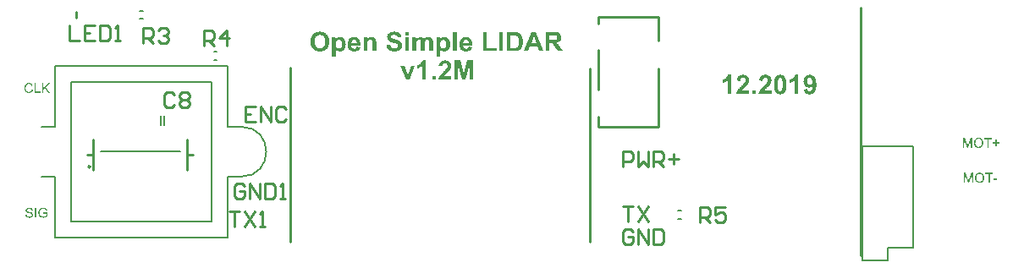
<source format=gto>
G04 Layer_Color=65535*
%FSLAX42Y42*%
%MOMM*%
G71*
G01*
G75*
%ADD37C,0.25*%
%ADD38C,0.20*%
%ADD39C,0.13*%
G36*
X4304Y2015D02*
X4306Y2014D01*
X4309Y2014D01*
X4312Y2014D01*
X4315Y2013D01*
X4323Y2011D01*
X4330Y2008D01*
X4334Y2007D01*
X4337Y2005D01*
X4341Y2002D01*
X4344Y1999D01*
X4344Y1999D01*
X4345Y1999D01*
X4345Y1998D01*
X4346Y1997D01*
X4348Y1995D01*
X4349Y1993D01*
X4350Y1991D01*
X4352Y1989D01*
X4355Y1983D01*
X4358Y1977D01*
X4359Y1973D01*
X4359Y1969D01*
X4360Y1965D01*
X4360Y1961D01*
Y1961D01*
Y1959D01*
X4360Y1956D01*
X4360Y1953D01*
X4359Y1950D01*
X4358Y1945D01*
X4357Y1941D01*
X4355Y1936D01*
X4355Y1936D01*
X4355Y1935D01*
X4354Y1932D01*
X4352Y1929D01*
X4350Y1925D01*
X4347Y1921D01*
X4344Y1917D01*
X4341Y1912D01*
X4340Y1912D01*
X4339Y1910D01*
X4338Y1908D01*
X4335Y1906D01*
X4332Y1902D01*
X4328Y1898D01*
X4323Y1893D01*
X4317Y1887D01*
X4316Y1887D01*
X4316Y1887D01*
X4315Y1886D01*
X4314Y1885D01*
X4311Y1882D01*
X4307Y1879D01*
X4304Y1875D01*
X4300Y1871D01*
X4297Y1868D01*
X4296Y1867D01*
X4294Y1866D01*
X4294Y1866D01*
X4294Y1865D01*
X4293Y1864D01*
X4292Y1863D01*
X4289Y1860D01*
X4287Y1856D01*
X4360D01*
Y1822D01*
X4231D01*
Y1822D01*
Y1823D01*
X4231Y1824D01*
X4232Y1825D01*
X4232Y1827D01*
X4232Y1829D01*
X4233Y1834D01*
X4235Y1839D01*
X4237Y1845D01*
X4240Y1852D01*
X4244Y1858D01*
Y1859D01*
X4244Y1859D01*
X4245Y1860D01*
X4246Y1862D01*
X4247Y1863D01*
X4249Y1865D01*
X4251Y1868D01*
X4253Y1871D01*
X4255Y1874D01*
X4258Y1877D01*
X4262Y1881D01*
X4266Y1885D01*
X4270Y1890D01*
X4274Y1894D01*
X4279Y1899D01*
X4285Y1905D01*
X4285Y1905D01*
X4286Y1906D01*
X4287Y1907D01*
X4289Y1908D01*
X4291Y1910D01*
X4293Y1912D01*
X4298Y1917D01*
X4303Y1923D01*
X4308Y1928D01*
X4311Y1930D01*
X4313Y1933D01*
X4314Y1935D01*
X4315Y1936D01*
X4316Y1937D01*
X4317Y1938D01*
X4318Y1940D01*
X4319Y1943D01*
X4321Y1947D01*
X4322Y1951D01*
X4323Y1955D01*
X4323Y1959D01*
Y1959D01*
Y1959D01*
Y1961D01*
X4323Y1963D01*
X4322Y1966D01*
X4322Y1969D01*
X4320Y1972D01*
X4319Y1975D01*
X4317Y1978D01*
X4316Y1978D01*
X4315Y1979D01*
X4314Y1980D01*
X4312Y1981D01*
X4309Y1982D01*
X4306Y1983D01*
X4302Y1984D01*
X4298Y1984D01*
X4296D01*
X4294Y1984D01*
X4292Y1984D01*
X4289Y1983D01*
X4286Y1981D01*
X4282Y1980D01*
X4280Y1978D01*
X4279Y1977D01*
X4279Y1976D01*
X4277Y1974D01*
X4276Y1972D01*
X4275Y1969D01*
X4274Y1965D01*
X4273Y1960D01*
X4272Y1955D01*
X4236Y1958D01*
Y1958D01*
X4236Y1960D01*
Y1961D01*
X4236Y1963D01*
X4237Y1966D01*
X4237Y1968D01*
X4238Y1971D01*
X4239Y1975D01*
X4242Y1982D01*
X4245Y1989D01*
X4247Y1993D01*
X4250Y1996D01*
X4253Y1999D01*
X4256Y2002D01*
X4256Y2002D01*
X4257Y2002D01*
X4257Y2003D01*
X4259Y2004D01*
X4261Y2005D01*
X4263Y2006D01*
X4265Y2007D01*
X4268Y2008D01*
X4271Y2010D01*
X4274Y2011D01*
X4281Y2013D01*
X4290Y2014D01*
X4294Y2015D01*
X4299Y2015D01*
X4302D01*
X4304Y2015D01*
D02*
G37*
G36*
X3942Y1822D02*
X3908D01*
X3852Y1961D01*
X3891D01*
X3917Y1890D01*
X3925Y1866D01*
X3925Y1867D01*
X3925Y1868D01*
X3926Y1869D01*
X3926Y1871D01*
X3928Y1875D01*
X3928Y1877D01*
X3928Y1878D01*
Y1878D01*
X3929Y1879D01*
X3929Y1880D01*
X3930Y1882D01*
X3931Y1886D01*
X3932Y1890D01*
X3959Y1961D01*
X3997D01*
X3942Y1822D01*
D02*
G37*
G36*
X4578D02*
X4542D01*
X4542Y1973D01*
X4504Y1822D01*
X4467D01*
X4429Y1973D01*
Y1822D01*
X4393D01*
Y2014D01*
X4451D01*
X4485Y1883D01*
X4520Y2014D01*
X4578D01*
Y1822D01*
D02*
G37*
G36*
X141Y539D02*
X142D01*
X144Y539D01*
X147Y538D01*
X150Y538D01*
X154Y537D01*
X157Y536D01*
X157D01*
X157Y536D01*
X158Y535D01*
X158Y535D01*
X160Y534D01*
X162Y533D01*
X164Y532D01*
X166Y530D01*
X168Y528D01*
X170Y525D01*
Y525D01*
X170Y525D01*
X170Y525D01*
X170Y524D01*
X171Y523D01*
X172Y521D01*
X173Y519D01*
X174Y516D01*
X174Y513D01*
X175Y510D01*
X162Y509D01*
Y509D01*
Y509D01*
X162Y510D01*
X162Y511D01*
X161Y512D01*
X161Y514D01*
X160Y517D01*
X159Y519D01*
X157Y521D01*
X155Y523D01*
X155Y523D01*
X154Y524D01*
X153Y524D01*
X151Y525D01*
X149Y526D01*
X146Y527D01*
X142Y528D01*
X138Y528D01*
X136D01*
X136Y528D01*
X134Y527D01*
X132Y527D01*
X129Y527D01*
X126Y526D01*
X124Y525D01*
X122Y524D01*
X121Y523D01*
X121Y523D01*
X120Y523D01*
X120Y522D01*
X119Y520D01*
X118Y519D01*
X117Y517D01*
X116Y515D01*
X116Y513D01*
Y513D01*
Y512D01*
X116Y511D01*
X116Y510D01*
X117Y509D01*
X118Y507D01*
X118Y506D01*
X120Y504D01*
X120Y504D01*
X121Y504D01*
X121Y503D01*
X122Y503D01*
X123Y503D01*
X124Y502D01*
X125Y502D01*
X126Y501D01*
X128Y501D01*
X130Y500D01*
X132Y499D01*
X134Y499D01*
X136Y498D01*
X139Y497D01*
X139D01*
X140Y497D01*
X141Y497D01*
X142Y497D01*
X143Y497D01*
X145Y496D01*
X146Y496D01*
X148Y495D01*
X151Y494D01*
X155Y493D01*
X157Y493D01*
X158Y492D01*
X160Y492D01*
X161Y491D01*
X161D01*
X161Y491D01*
X162Y491D01*
X162Y490D01*
X164Y490D01*
X166Y488D01*
X168Y487D01*
X170Y485D01*
X172Y483D01*
X173Y481D01*
X174Y481D01*
X174Y480D01*
X175Y479D01*
X176Y477D01*
X176Y475D01*
X177Y473D01*
X177Y470D01*
X178Y467D01*
Y467D01*
Y467D01*
Y467D01*
Y466D01*
X177Y465D01*
X177Y463D01*
X176Y460D01*
X176Y458D01*
X175Y455D01*
X173Y453D01*
Y453D01*
X173Y452D01*
X172Y452D01*
X171Y450D01*
X170Y449D01*
X168Y447D01*
X166Y445D01*
X163Y444D01*
X160Y442D01*
X160D01*
X160Y442D01*
X159Y442D01*
X159Y442D01*
X158Y441D01*
X157Y441D01*
X155Y440D01*
X152Y440D01*
X149Y439D01*
X145Y438D01*
X141Y438D01*
X139D01*
X138Y438D01*
X137D01*
X135Y439D01*
X134Y439D01*
X130Y439D01*
X127Y440D01*
X123Y441D01*
X119Y442D01*
X119D01*
X119Y442D01*
X118Y443D01*
X118Y443D01*
X116Y444D01*
X114Y445D01*
X112Y447D01*
X110Y449D01*
X107Y451D01*
X105Y454D01*
Y454D01*
X105Y454D01*
X105Y455D01*
X104Y455D01*
X104Y456D01*
X104Y457D01*
X103Y459D01*
X102Y461D01*
X101Y464D01*
X100Y468D01*
X100Y471D01*
X112Y472D01*
Y472D01*
Y472D01*
X112Y472D01*
Y471D01*
X113Y470D01*
X113Y468D01*
X114Y466D01*
X114Y464D01*
X115Y462D01*
X116Y460D01*
X116Y460D01*
X117Y460D01*
X117Y459D01*
X118Y458D01*
X120Y456D01*
X121Y455D01*
X124Y454D01*
X126Y453D01*
X126D01*
X126Y453D01*
X127Y452D01*
X127Y452D01*
X128Y452D01*
X130Y451D01*
X132Y451D01*
X135Y450D01*
X138Y450D01*
X141Y450D01*
X142D01*
X144Y450D01*
X145Y450D01*
X147Y450D01*
X149Y451D01*
X152Y451D01*
X154Y452D01*
X154Y452D01*
X155Y452D01*
X156Y453D01*
X157Y454D01*
X158Y455D01*
X160Y456D01*
X161Y457D01*
X162Y458D01*
X162Y458D01*
X163Y459D01*
X163Y459D01*
X164Y461D01*
X164Y462D01*
X165Y463D01*
X165Y465D01*
X165Y466D01*
Y467D01*
Y467D01*
X165Y468D01*
X165Y469D01*
X164Y470D01*
X164Y472D01*
X163Y473D01*
X162Y474D01*
X162Y475D01*
X162Y475D01*
X161Y476D01*
X160Y476D01*
X159Y477D01*
X158Y478D01*
X156Y479D01*
X154Y480D01*
X153Y480D01*
X153Y480D01*
X152Y481D01*
X151Y481D01*
X150Y481D01*
X149Y482D01*
X148Y482D01*
X146Y482D01*
X145Y483D01*
X143Y483D01*
X141Y484D01*
X139Y484D01*
X136Y485D01*
X136D01*
X136Y485D01*
X135Y485D01*
X134Y485D01*
X133Y486D01*
X132Y486D01*
X129Y487D01*
X126Y488D01*
X123Y489D01*
X120Y490D01*
X118Y490D01*
X117Y491D01*
X117D01*
X117Y491D01*
X116Y492D01*
X115Y492D01*
X114Y493D01*
X112Y495D01*
X110Y496D01*
X108Y498D01*
X107Y500D01*
X107Y500D01*
X106Y501D01*
X106Y502D01*
X105Y504D01*
X105Y505D01*
X104Y508D01*
X104Y510D01*
X104Y512D01*
Y512D01*
Y512D01*
Y513D01*
Y513D01*
X104Y515D01*
X104Y517D01*
X105Y519D01*
X105Y521D01*
X106Y524D01*
X108Y526D01*
Y526D01*
X108Y526D01*
X109Y527D01*
X110Y528D01*
X111Y530D01*
X113Y531D01*
X115Y533D01*
X117Y534D01*
X120Y536D01*
X120D01*
X120Y536D01*
X121Y536D01*
X121Y536D01*
X122Y537D01*
X123Y537D01*
X125Y538D01*
X128Y538D01*
X131Y539D01*
X134Y539D01*
X138Y539D01*
X140D01*
X141Y539D01*
D02*
G37*
G36*
X4106Y1822D02*
X4069D01*
Y1961D01*
X4069Y1961D01*
X4068Y1960D01*
X4067Y1959D01*
X4065Y1958D01*
X4063Y1956D01*
X4061Y1955D01*
X4058Y1953D01*
X4055Y1950D01*
X4052Y1948D01*
X4048Y1946D01*
X4045Y1943D01*
X4040Y1941D01*
X4031Y1937D01*
X4021Y1933D01*
Y1966D01*
X4022D01*
X4022Y1967D01*
X4023Y1967D01*
X4024Y1967D01*
X4027Y1969D01*
X4031Y1970D01*
X4035Y1973D01*
X4041Y1976D01*
X4046Y1979D01*
X4053Y1984D01*
X4053Y1984D01*
X4053Y1984D01*
X4054Y1985D01*
X4055Y1986D01*
X4058Y1989D01*
X4062Y1993D01*
X4066Y1997D01*
X4070Y2003D01*
X4073Y2009D01*
X4076Y2015D01*
X4106D01*
Y1822D01*
D02*
G37*
G36*
X4206D02*
X4169D01*
Y1859D01*
X4206D01*
Y1822D01*
D02*
G37*
G36*
X3050Y2302D02*
X3053D01*
X3057Y2302D01*
X3061Y2301D01*
X3066Y2300D01*
X3071Y2299D01*
X3076Y2298D01*
X3081Y2296D01*
X3087Y2294D01*
X3093Y2291D01*
X3098Y2288D01*
X3104Y2285D01*
X3109Y2281D01*
X3114Y2276D01*
X3114Y2276D01*
X3115Y2275D01*
X3117Y2273D01*
X3118Y2271D01*
X3120Y2268D01*
X3122Y2265D01*
X3124Y2261D01*
X3127Y2257D01*
X3129Y2252D01*
X3132Y2246D01*
X3134Y2240D01*
X3136Y2234D01*
X3137Y2227D01*
X3139Y2219D01*
X3139Y2211D01*
X3140Y2203D01*
Y2202D01*
Y2201D01*
X3139Y2198D01*
Y2195D01*
X3139Y2191D01*
X3138Y2186D01*
X3137Y2181D01*
X3137Y2176D01*
X3135Y2170D01*
X3134Y2164D01*
X3131Y2158D01*
X3129Y2152D01*
X3126Y2146D01*
X3122Y2140D01*
X3119Y2135D01*
X3114Y2129D01*
X3114Y2129D01*
X3113Y2128D01*
X3112Y2127D01*
X3109Y2125D01*
X3107Y2123D01*
X3104Y2121D01*
X3100Y2119D01*
X3096Y2116D01*
X3092Y2114D01*
X3087Y2111D01*
X3081Y2109D01*
X3075Y2107D01*
X3069Y2106D01*
X3062Y2104D01*
X3054Y2103D01*
X3047Y2103D01*
X3045D01*
X3042Y2103D01*
X3040Y2104D01*
X3036Y2104D01*
X3032Y2105D01*
X3027Y2105D01*
X3022Y2106D01*
X3017Y2108D01*
X3011Y2110D01*
X3006Y2112D01*
X3000Y2114D01*
X2994Y2117D01*
X2989Y2121D01*
X2984Y2125D01*
X2979Y2129D01*
X2978Y2130D01*
X2977Y2130D01*
X2976Y2132D01*
X2975Y2134D01*
X2973Y2137D01*
X2971Y2140D01*
X2968Y2144D01*
X2966Y2148D01*
X2964Y2153D01*
X2961Y2158D01*
X2959Y2164D01*
X2957Y2171D01*
X2956Y2178D01*
X2954Y2185D01*
X2954Y2193D01*
X2953Y2201D01*
Y2202D01*
Y2203D01*
Y2204D01*
X2954Y2206D01*
Y2209D01*
X2954Y2212D01*
X2954Y2215D01*
X2954Y2219D01*
X2956Y2226D01*
X2957Y2235D01*
X2959Y2243D01*
X2962Y2251D01*
Y2251D01*
X2962Y2251D01*
X2963Y2252D01*
X2963Y2253D01*
X2965Y2256D01*
X2967Y2260D01*
X2969Y2264D01*
X2972Y2268D01*
X2976Y2273D01*
X2980Y2277D01*
X2980Y2277D01*
X2980Y2278D01*
X2982Y2279D01*
X2984Y2281D01*
X2987Y2284D01*
X2991Y2287D01*
X2995Y2290D01*
X3000Y2292D01*
X3005Y2295D01*
X3005D01*
X3006Y2295D01*
X3007Y2296D01*
X3008Y2296D01*
X3010Y2297D01*
X3012Y2297D01*
X3014Y2298D01*
X3017Y2299D01*
X3023Y2300D01*
X3030Y2301D01*
X3038Y2302D01*
X3046Y2302D01*
X3048D01*
X3050Y2302D01*
D02*
G37*
G36*
X4415Y2107D02*
X4378D01*
Y2299D01*
X4415D01*
Y2107D01*
D02*
G37*
G36*
X4717Y2139D02*
X4814D01*
Y2107D01*
X4678D01*
Y2297D01*
X4717D01*
Y2139D01*
D02*
G37*
G36*
X4879Y2107D02*
X4840D01*
Y2299D01*
X4879D01*
Y2107D01*
D02*
G37*
G36*
X3392Y2249D02*
X3394Y2249D01*
X3398Y2248D01*
X3401Y2248D01*
X3404Y2247D01*
X3408Y2246D01*
X3412Y2244D01*
X3416Y2243D01*
X3421Y2240D01*
X3424Y2238D01*
X3428Y2235D01*
X3432Y2232D01*
X3436Y2228D01*
X3436Y2228D01*
X3436Y2228D01*
X3437Y2226D01*
X3438Y2224D01*
X3440Y2222D01*
X3441Y2220D01*
X3443Y2216D01*
X3444Y2213D01*
X3446Y2209D01*
X3448Y2204D01*
X3449Y2199D01*
X3451Y2193D01*
X3452Y2187D01*
X3453Y2180D01*
X3453Y2173D01*
Y2166D01*
X3361D01*
Y2165D01*
Y2165D01*
Y2164D01*
X3361Y2163D01*
X3361Y2160D01*
X3362Y2156D01*
X3363Y2152D01*
X3365Y2148D01*
X3367Y2144D01*
X3370Y2140D01*
X3370Y2140D01*
X3371Y2139D01*
X3373Y2137D01*
X3375Y2136D01*
X3378Y2134D01*
X3382Y2133D01*
X3386Y2131D01*
X3391Y2131D01*
X3392D01*
X3394Y2131D01*
X3396Y2132D01*
X3398Y2132D01*
X3401Y2133D01*
X3403Y2134D01*
X3405Y2136D01*
X3406Y2136D01*
X3406Y2137D01*
X3408Y2138D01*
X3409Y2140D01*
X3410Y2142D01*
X3412Y2144D01*
X3413Y2148D01*
X3414Y2151D01*
X3451Y2145D01*
Y2145D01*
X3451Y2144D01*
X3450Y2143D01*
X3450Y2142D01*
X3449Y2140D01*
X3448Y2138D01*
X3446Y2134D01*
X3443Y2129D01*
X3439Y2123D01*
X3434Y2119D01*
X3429Y2114D01*
X3428D01*
X3428Y2114D01*
X3427Y2113D01*
X3426Y2113D01*
X3424Y2112D01*
X3423Y2111D01*
X3421Y2110D01*
X3418Y2109D01*
X3413Y2107D01*
X3406Y2105D01*
X3399Y2104D01*
X3391Y2104D01*
X3389D01*
X3387Y2104D01*
X3385D01*
X3382Y2105D01*
X3378Y2105D01*
X3374Y2106D01*
X3370Y2107D01*
X3366Y2108D01*
X3361Y2110D01*
X3357Y2111D01*
X3353Y2114D01*
X3348Y2116D01*
X3344Y2120D01*
X3340Y2123D01*
X3337Y2127D01*
X3336Y2128D01*
X3336Y2128D01*
X3336Y2129D01*
X3335Y2131D01*
X3334Y2133D01*
X3333Y2135D01*
X3331Y2137D01*
X3330Y2140D01*
X3329Y2144D01*
X3328Y2147D01*
X3326Y2151D01*
X3325Y2156D01*
X3325Y2160D01*
X3324Y2165D01*
X3323Y2170D01*
X3323Y2175D01*
Y2176D01*
Y2177D01*
Y2179D01*
X3323Y2181D01*
X3324Y2184D01*
X3324Y2187D01*
X3325Y2191D01*
X3325Y2195D01*
X3328Y2204D01*
X3329Y2208D01*
X3331Y2213D01*
X3333Y2217D01*
X3335Y2221D01*
X3338Y2226D01*
X3341Y2229D01*
X3341Y2230D01*
X3342Y2230D01*
X3343Y2231D01*
X3345Y2233D01*
X3346Y2234D01*
X3348Y2236D01*
X3351Y2238D01*
X3354Y2239D01*
X3357Y2241D01*
X3360Y2243D01*
X3364Y2245D01*
X3368Y2246D01*
X3372Y2247D01*
X3377Y2248D01*
X3382Y2249D01*
X3387Y2249D01*
X3390D01*
X3392Y2249D01*
D02*
G37*
G36*
X4511D02*
X4514Y2249D01*
X4517Y2248D01*
X4520Y2248D01*
X4524Y2247D01*
X4528Y2246D01*
X4532Y2244D01*
X4536Y2243D01*
X4540Y2240D01*
X4544Y2238D01*
X4548Y2235D01*
X4552Y2232D01*
X4555Y2228D01*
X4555Y2228D01*
X4556Y2228D01*
X4557Y2226D01*
X4558Y2224D01*
X4559Y2222D01*
X4561Y2220D01*
X4562Y2216D01*
X4564Y2213D01*
X4565Y2209D01*
X4567Y2204D01*
X4569Y2199D01*
X4570Y2193D01*
X4571Y2187D01*
X4572Y2180D01*
X4572Y2173D01*
Y2166D01*
X4480D01*
Y2165D01*
Y2165D01*
Y2164D01*
X4481Y2163D01*
X4481Y2160D01*
X4481Y2156D01*
X4482Y2152D01*
X4484Y2148D01*
X4486Y2144D01*
X4489Y2140D01*
X4489Y2140D01*
X4491Y2139D01*
X4492Y2137D01*
X4495Y2136D01*
X4498Y2134D01*
X4502Y2133D01*
X4506Y2131D01*
X4510Y2131D01*
X4512D01*
X4513Y2131D01*
X4515Y2132D01*
X4517Y2132D01*
X4520Y2133D01*
X4522Y2134D01*
X4525Y2136D01*
X4525Y2136D01*
X4526Y2137D01*
X4527Y2138D01*
X4528Y2140D01*
X4530Y2142D01*
X4531Y2144D01*
X4532Y2148D01*
X4534Y2151D01*
X4570Y2145D01*
Y2145D01*
X4570Y2144D01*
X4570Y2143D01*
X4569Y2142D01*
X4568Y2140D01*
X4567Y2138D01*
X4565Y2134D01*
X4562Y2129D01*
X4558Y2123D01*
X4553Y2119D01*
X4548Y2114D01*
X4548D01*
X4547Y2114D01*
X4546Y2113D01*
X4545Y2113D01*
X4544Y2112D01*
X4542Y2111D01*
X4540Y2110D01*
X4537Y2109D01*
X4532Y2107D01*
X4526Y2105D01*
X4518Y2104D01*
X4510Y2104D01*
X4508D01*
X4507Y2104D01*
X4504D01*
X4501Y2105D01*
X4497Y2105D01*
X4494Y2106D01*
X4490Y2107D01*
X4485Y2108D01*
X4481Y2110D01*
X4476Y2111D01*
X4472Y2114D01*
X4467Y2116D01*
X4463Y2120D01*
X4460Y2123D01*
X4456Y2127D01*
X4456Y2128D01*
X4456Y2128D01*
X4455Y2129D01*
X4454Y2131D01*
X4453Y2133D01*
X4452Y2135D01*
X4451Y2137D01*
X4449Y2140D01*
X4448Y2144D01*
X4447Y2147D01*
X4446Y2151D01*
X4445Y2156D01*
X4444Y2160D01*
X4443Y2165D01*
X4443Y2170D01*
X4443Y2175D01*
Y2176D01*
Y2177D01*
Y2179D01*
X4443Y2181D01*
X4443Y2184D01*
X4443Y2187D01*
X4444Y2191D01*
X4445Y2195D01*
X4447Y2204D01*
X4448Y2208D01*
X4450Y2213D01*
X4452Y2217D01*
X4455Y2221D01*
X4458Y2226D01*
X4461Y2229D01*
X4461Y2230D01*
X4461Y2230D01*
X4462Y2231D01*
X4464Y2233D01*
X4466Y2234D01*
X4468Y2236D01*
X4470Y2238D01*
X4473Y2239D01*
X4476Y2241D01*
X4480Y2243D01*
X4483Y2245D01*
X4487Y2246D01*
X4492Y2247D01*
X4496Y2248D01*
X4501Y2249D01*
X4506Y2249D01*
X4509D01*
X4511Y2249D01*
D02*
G37*
G36*
X3938Y2107D02*
X3901D01*
Y2246D01*
X3938D01*
Y2107D01*
D02*
G37*
G36*
X9818Y1194D02*
X9845D01*
Y1183D01*
X9818D01*
Y1156D01*
X9807D01*
Y1183D01*
X9780D01*
Y1194D01*
X9807D01*
Y1220D01*
X9818D01*
Y1194D01*
D02*
G37*
G36*
X9649Y889D02*
X9650D01*
X9652Y889D01*
X9653Y889D01*
X9655Y888D01*
X9659Y888D01*
X9663Y887D01*
X9667Y885D01*
X9669Y884D01*
X9671Y883D01*
X9671Y883D01*
X9672Y882D01*
X9672Y882D01*
X9673Y882D01*
X9674Y881D01*
X9675Y880D01*
X9677Y878D01*
X9680Y876D01*
X9683Y872D01*
X9685Y869D01*
X9688Y865D01*
Y865D01*
X9688Y864D01*
X9688Y864D01*
X9688Y863D01*
X9689Y862D01*
X9689Y860D01*
X9690Y859D01*
X9691Y857D01*
X9691Y855D01*
X9692Y853D01*
X9692Y851D01*
X9693Y849D01*
X9693Y844D01*
X9693Y838D01*
Y838D01*
Y838D01*
Y837D01*
X9693Y836D01*
Y835D01*
X9693Y833D01*
X9693Y831D01*
X9693Y830D01*
X9692Y826D01*
X9691Y821D01*
X9689Y817D01*
X9688Y814D01*
X9687Y812D01*
Y812D01*
X9687Y811D01*
X9687Y811D01*
X9686Y810D01*
X9686Y809D01*
X9685Y808D01*
X9683Y805D01*
X9681Y803D01*
X9678Y800D01*
X9674Y797D01*
X9670Y794D01*
X9670D01*
X9670Y794D01*
X9669Y794D01*
X9668Y793D01*
X9667Y793D01*
X9666Y792D01*
X9665Y792D01*
X9663Y791D01*
X9662Y791D01*
X9660Y790D01*
X9656Y789D01*
X9651Y789D01*
X9647Y788D01*
X9645D01*
X9645Y788D01*
X9643D01*
X9642Y789D01*
X9640Y789D01*
X9638Y789D01*
X9635Y790D01*
X9631Y791D01*
X9626Y793D01*
X9624Y794D01*
X9622Y795D01*
X9622Y795D01*
X9622Y795D01*
X9621Y796D01*
X9620Y796D01*
X9619Y797D01*
X9618Y798D01*
X9616Y800D01*
X9613Y802D01*
X9611Y805D01*
X9608Y809D01*
X9606Y813D01*
Y813D01*
X9605Y814D01*
X9605Y814D01*
X9605Y815D01*
X9604Y816D01*
X9604Y817D01*
X9603Y819D01*
X9603Y820D01*
X9602Y822D01*
X9602Y824D01*
X9601Y828D01*
X9600Y833D01*
X9600Y837D01*
Y838D01*
Y838D01*
Y838D01*
X9600Y840D01*
Y841D01*
X9601Y843D01*
X9601Y846D01*
X9601Y849D01*
X9602Y851D01*
X9602Y854D01*
X9603Y857D01*
X9604Y860D01*
X9606Y864D01*
X9607Y867D01*
X9609Y870D01*
X9611Y873D01*
X9613Y875D01*
X9613Y876D01*
X9614Y876D01*
X9614Y877D01*
X9615Y878D01*
X9617Y879D01*
X9618Y880D01*
X9620Y881D01*
X9622Y882D01*
X9624Y884D01*
X9627Y885D01*
X9630Y886D01*
X9633Y887D01*
X9636Y888D01*
X9639Y889D01*
X9643Y889D01*
X9647Y889D01*
X9648D01*
X9649Y889D01*
D02*
G37*
G36*
X9780Y876D02*
X9748D01*
Y790D01*
X9735D01*
Y876D01*
X9703D01*
Y888D01*
X9780D01*
Y876D01*
D02*
G37*
G36*
X9639Y1239D02*
X9640D01*
X9642Y1239D01*
X9643Y1239D01*
X9645Y1238D01*
X9649Y1238D01*
X9653Y1237D01*
X9657Y1235D01*
X9659Y1234D01*
X9661Y1233D01*
X9661Y1233D01*
X9662Y1232D01*
X9662Y1232D01*
X9663Y1232D01*
X9664Y1231D01*
X9665Y1230D01*
X9667Y1228D01*
X9670Y1226D01*
X9673Y1222D01*
X9675Y1219D01*
X9678Y1215D01*
Y1215D01*
X9678Y1214D01*
X9678Y1214D01*
X9678Y1213D01*
X9679Y1212D01*
X9679Y1210D01*
X9680Y1209D01*
X9681Y1207D01*
X9681Y1205D01*
X9682Y1203D01*
X9682Y1201D01*
X9683Y1199D01*
X9683Y1194D01*
X9683Y1188D01*
Y1188D01*
Y1188D01*
Y1187D01*
X9683Y1186D01*
Y1185D01*
X9683Y1183D01*
X9683Y1181D01*
X9683Y1180D01*
X9682Y1176D01*
X9681Y1171D01*
X9679Y1167D01*
X9678Y1164D01*
X9677Y1162D01*
Y1162D01*
X9677Y1161D01*
X9677Y1161D01*
X9676Y1160D01*
X9676Y1159D01*
X9675Y1158D01*
X9673Y1155D01*
X9671Y1153D01*
X9668Y1150D01*
X9664Y1147D01*
X9660Y1144D01*
X9660D01*
X9660Y1144D01*
X9659Y1144D01*
X9658Y1143D01*
X9657Y1143D01*
X9656Y1142D01*
X9655Y1142D01*
X9653Y1141D01*
X9652Y1141D01*
X9650Y1140D01*
X9646Y1139D01*
X9641Y1139D01*
X9637Y1138D01*
X9635D01*
X9635Y1138D01*
X9633D01*
X9632Y1139D01*
X9630Y1139D01*
X9628Y1139D01*
X9625Y1140D01*
X9621Y1141D01*
X9616Y1143D01*
X9614Y1144D01*
X9612Y1145D01*
X9612Y1145D01*
X9612Y1145D01*
X9611Y1146D01*
X9610Y1146D01*
X9609Y1147D01*
X9608Y1148D01*
X9606Y1150D01*
X9603Y1152D01*
X9601Y1155D01*
X9598Y1159D01*
X9596Y1163D01*
Y1163D01*
X9595Y1164D01*
X9595Y1164D01*
X9595Y1165D01*
X9594Y1166D01*
X9594Y1167D01*
X9593Y1169D01*
X9593Y1170D01*
X9592Y1172D01*
X9592Y1174D01*
X9591Y1178D01*
X9590Y1183D01*
X9590Y1187D01*
Y1188D01*
Y1188D01*
Y1188D01*
X9590Y1190D01*
Y1191D01*
X9591Y1193D01*
X9591Y1196D01*
X9591Y1199D01*
X9592Y1201D01*
X9592Y1204D01*
X9593Y1207D01*
X9594Y1210D01*
X9596Y1214D01*
X9597Y1217D01*
X9599Y1220D01*
X9601Y1223D01*
X9603Y1225D01*
X9603Y1226D01*
X9604Y1226D01*
X9604Y1227D01*
X9605Y1228D01*
X9607Y1229D01*
X9608Y1230D01*
X9610Y1231D01*
X9612Y1232D01*
X9614Y1234D01*
X9617Y1235D01*
X9620Y1236D01*
X9623Y1237D01*
X9626Y1238D01*
X9629Y1239D01*
X9633Y1239D01*
X9637Y1239D01*
X9638D01*
X9639Y1239D01*
D02*
G37*
G36*
X9770Y1226D02*
X9738D01*
Y1140D01*
X9725D01*
Y1226D01*
X9693D01*
Y1238D01*
X9770D01*
Y1226D01*
D02*
G37*
G36*
X9573Y1140D02*
X9561D01*
Y1222D01*
X9532Y1140D01*
X9521D01*
X9492Y1223D01*
Y1140D01*
X9480D01*
Y1238D01*
X9499D01*
X9522Y1168D01*
Y1168D01*
X9523Y1168D01*
X9523Y1167D01*
X9523Y1167D01*
X9524Y1165D01*
X9524Y1163D01*
X9525Y1161D01*
X9526Y1158D01*
X9527Y1156D01*
X9527Y1154D01*
X9527Y1154D01*
X9527Y1155D01*
X9528Y1156D01*
X9528Y1158D01*
X9529Y1160D01*
X9530Y1163D01*
X9531Y1166D01*
X9532Y1170D01*
X9556Y1238D01*
X9573D01*
Y1140D01*
D02*
G37*
G36*
X9583Y790D02*
X9571D01*
Y872D01*
X9542Y790D01*
X9531D01*
X9502Y873D01*
Y790D01*
X9490D01*
Y888D01*
X9509D01*
X9532Y818D01*
Y818D01*
X9533Y818D01*
X9533Y817D01*
X9533Y817D01*
X9534Y815D01*
X9534Y813D01*
X9535Y811D01*
X9536Y808D01*
X9537Y806D01*
X9537Y804D01*
X9537Y804D01*
X9537Y805D01*
X9538Y806D01*
X9538Y808D01*
X9539Y810D01*
X9540Y813D01*
X9541Y816D01*
X9542Y820D01*
X9566Y888D01*
X9583D01*
Y790D01*
D02*
G37*
G36*
X138Y1789D02*
X140Y1789D01*
X141Y1789D01*
X143Y1789D01*
X145Y1788D01*
X148Y1787D01*
X153Y1786D01*
X155Y1785D01*
X157Y1784D01*
X159Y1783D01*
X161Y1782D01*
X161Y1782D01*
X161Y1781D01*
X162Y1781D01*
X162Y1780D01*
X163Y1780D01*
X164Y1779D01*
X165Y1778D01*
X166Y1776D01*
X167Y1775D01*
X168Y1773D01*
X170Y1772D01*
X171Y1770D01*
X172Y1768D01*
X173Y1766D01*
X174Y1763D01*
X175Y1761D01*
X162Y1758D01*
Y1758D01*
X162Y1758D01*
X161Y1759D01*
X161Y1759D01*
X161Y1760D01*
X160Y1761D01*
X159Y1764D01*
X158Y1766D01*
X156Y1769D01*
X154Y1771D01*
X152Y1773D01*
X152Y1774D01*
X151Y1774D01*
X149Y1775D01*
X148Y1776D01*
X145Y1777D01*
X142Y1778D01*
X139Y1778D01*
X136Y1778D01*
X135D01*
X134Y1778D01*
X133D01*
X132Y1778D01*
X129Y1778D01*
X126Y1777D01*
X123Y1776D01*
X120Y1775D01*
X117Y1773D01*
X117D01*
X117Y1772D01*
X116Y1772D01*
X114Y1771D01*
X113Y1769D01*
X111Y1767D01*
X109Y1764D01*
X108Y1761D01*
X106Y1758D01*
Y1758D01*
X106Y1758D01*
X106Y1757D01*
X106Y1757D01*
X106Y1756D01*
X105Y1755D01*
X105Y1752D01*
X104Y1750D01*
X104Y1747D01*
X103Y1743D01*
X103Y1739D01*
Y1739D01*
Y1739D01*
Y1738D01*
Y1737D01*
X103Y1736D01*
Y1735D01*
X104Y1734D01*
X104Y1732D01*
X104Y1729D01*
X105Y1725D01*
X106Y1721D01*
X107Y1718D01*
Y1718D01*
X107Y1717D01*
X107Y1717D01*
X107Y1716D01*
X108Y1715D01*
X110Y1713D01*
X111Y1710D01*
X113Y1708D01*
X115Y1706D01*
X118Y1704D01*
X118D01*
X118Y1704D01*
X119Y1703D01*
X119Y1703D01*
X120Y1703D01*
X121Y1702D01*
X123Y1702D01*
X126Y1701D01*
X128Y1700D01*
X131Y1699D01*
X135Y1699D01*
X136D01*
X137Y1699D01*
X138D01*
X138Y1700D01*
X141Y1700D01*
X144Y1701D01*
X147Y1702D01*
X150Y1704D01*
X152Y1704D01*
X153Y1706D01*
X153Y1706D01*
X153Y1706D01*
X154Y1706D01*
X154Y1707D01*
X155Y1707D01*
X156Y1708D01*
X156Y1709D01*
X157Y1710D01*
X158Y1711D01*
X159Y1713D01*
X160Y1714D01*
X161Y1716D01*
X161Y1718D01*
X162Y1720D01*
X163Y1722D01*
X163Y1724D01*
X176Y1721D01*
Y1721D01*
X176Y1720D01*
X176Y1719D01*
X175Y1718D01*
X175Y1717D01*
X174Y1715D01*
X174Y1714D01*
X173Y1712D01*
X171Y1708D01*
X168Y1704D01*
X167Y1702D01*
X165Y1700D01*
X164Y1698D01*
X162Y1697D01*
X161Y1696D01*
X161Y1696D01*
X160Y1696D01*
X160Y1695D01*
X159Y1695D01*
X158Y1694D01*
X156Y1693D01*
X154Y1693D01*
X153Y1692D01*
X151Y1691D01*
X149Y1690D01*
X146Y1690D01*
X144Y1689D01*
X141Y1689D01*
X139Y1688D01*
X136Y1688D01*
X134D01*
X133Y1688D01*
X132D01*
X130Y1689D01*
X129Y1689D01*
X127Y1689D01*
X123Y1690D01*
X118Y1691D01*
X114Y1693D01*
X112Y1694D01*
X110Y1695D01*
X110Y1695D01*
X110Y1695D01*
X109Y1695D01*
X109Y1696D01*
X108Y1696D01*
X107Y1697D01*
X106Y1698D01*
X105Y1699D01*
X103Y1701D01*
X102Y1702D01*
X100Y1705D01*
X97Y1709D01*
X95Y1713D01*
Y1713D01*
X95Y1714D01*
X95Y1715D01*
X94Y1715D01*
X94Y1717D01*
X94Y1718D01*
X93Y1719D01*
X93Y1721D01*
X92Y1723D01*
X92Y1725D01*
X91Y1729D01*
X90Y1734D01*
X90Y1739D01*
Y1740D01*
Y1740D01*
Y1741D01*
X90Y1742D01*
Y1743D01*
X90Y1745D01*
X90Y1747D01*
X91Y1749D01*
X91Y1753D01*
X92Y1757D01*
X94Y1762D01*
X96Y1766D01*
X96Y1766D01*
X96Y1767D01*
X96Y1767D01*
X97Y1768D01*
X97Y1769D01*
X98Y1770D01*
X100Y1772D01*
X102Y1775D01*
X105Y1778D01*
X108Y1781D01*
X112Y1783D01*
X112Y1783D01*
X113Y1784D01*
X113Y1784D01*
X114Y1784D01*
X115Y1785D01*
X116Y1785D01*
X118Y1786D01*
X119Y1786D01*
X121Y1787D01*
X123Y1787D01*
X127Y1788D01*
X131Y1789D01*
X136Y1789D01*
X137D01*
X138Y1789D01*
D02*
G37*
G36*
X210Y440D02*
X197D01*
Y538D01*
X210D01*
Y440D01*
D02*
G37*
G36*
X281Y539D02*
X282D01*
X285Y539D01*
X288Y538D01*
X291Y538D01*
X295Y537D01*
X298Y536D01*
X298D01*
X298Y536D01*
X299Y535D01*
X299Y535D01*
X301Y534D01*
X303Y533D01*
X305Y532D01*
X307Y530D01*
X309Y528D01*
X311Y526D01*
X311Y526D01*
X312Y525D01*
X313Y524D01*
X314Y522D01*
X315Y520D01*
X316Y517D01*
X318Y514D01*
X319Y510D01*
X307Y507D01*
Y507D01*
X307Y507D01*
X307Y508D01*
X307Y508D01*
X306Y510D01*
X306Y511D01*
X305Y513D01*
X304Y515D01*
X303Y517D01*
X301Y519D01*
X301Y519D01*
X301Y520D01*
X300Y520D01*
X299Y521D01*
X298Y522D01*
X296Y523D01*
X294Y525D01*
X292Y526D01*
X292Y526D01*
X291Y526D01*
X290Y526D01*
X288Y527D01*
X286Y527D01*
X284Y528D01*
X281Y528D01*
X279Y528D01*
X277D01*
X276Y528D01*
X276D01*
X274Y528D01*
X271Y528D01*
X268Y527D01*
X266Y526D01*
X263Y525D01*
X263Y525D01*
X262Y525D01*
X261Y524D01*
X260Y524D01*
X258Y522D01*
X256Y521D01*
X255Y520D01*
X253Y518D01*
X253Y518D01*
X252Y518D01*
X252Y517D01*
X251Y516D01*
X250Y514D01*
X249Y512D01*
X248Y511D01*
X247Y509D01*
Y509D01*
X247Y508D01*
X246Y508D01*
X246Y507D01*
X246Y506D01*
X246Y505D01*
X245Y504D01*
X245Y503D01*
X244Y500D01*
X244Y497D01*
X243Y493D01*
X243Y489D01*
Y489D01*
Y488D01*
Y488D01*
X243Y487D01*
Y486D01*
X243Y484D01*
X244Y483D01*
X244Y481D01*
X244Y478D01*
X245Y474D01*
X246Y471D01*
X247Y467D01*
Y467D01*
X248Y467D01*
X248Y466D01*
X248Y466D01*
X249Y464D01*
X251Y462D01*
X253Y460D01*
X255Y458D01*
X258Y456D01*
X261Y454D01*
X261D01*
X261Y454D01*
X261Y454D01*
X262Y453D01*
X263Y453D01*
X264Y453D01*
X266Y452D01*
X269Y451D01*
X272Y451D01*
X275Y450D01*
X279Y450D01*
X280D01*
X281Y450D01*
X282D01*
X284Y450D01*
X287Y451D01*
X289Y451D01*
X292Y452D01*
X295Y453D01*
X295D01*
X296Y453D01*
X296Y453D01*
X297Y454D01*
X298Y454D01*
X300Y455D01*
X302Y456D01*
X304Y457D01*
X306Y458D01*
X308Y460D01*
Y478D01*
X279D01*
Y490D01*
X320D01*
Y454D01*
X320Y453D01*
X320Y453D01*
X319Y453D01*
X319Y452D01*
X318Y452D01*
X317Y451D01*
X315Y450D01*
X314Y449D01*
X311Y447D01*
X308Y445D01*
X304Y444D01*
X300Y442D01*
X300D01*
X300Y442D01*
X299Y442D01*
X299Y442D01*
X298Y441D01*
X297Y441D01*
X295Y441D01*
X294Y440D01*
X291Y440D01*
X287Y439D01*
X284Y438D01*
X280Y438D01*
X278D01*
X277Y438D01*
X276D01*
X275Y439D01*
X273Y439D01*
X271Y439D01*
X267Y440D01*
X263Y441D01*
X258Y442D01*
X256Y443D01*
X254Y444D01*
X253Y445D01*
X253Y445D01*
X252Y445D01*
X252Y445D01*
X251Y446D01*
X250Y447D01*
X247Y449D01*
X244Y451D01*
X241Y455D01*
X238Y458D01*
X236Y462D01*
Y462D01*
X235Y463D01*
X235Y463D01*
X235Y464D01*
X234Y465D01*
X234Y467D01*
X233Y468D01*
X233Y470D01*
X232Y472D01*
X232Y474D01*
X231Y476D01*
X231Y478D01*
X230Y483D01*
X230Y488D01*
Y488D01*
Y489D01*
Y490D01*
X230Y491D01*
Y492D01*
X230Y493D01*
X230Y495D01*
X231Y497D01*
X231Y499D01*
X231Y501D01*
X232Y505D01*
X234Y510D01*
X236Y515D01*
X236Y515D01*
X236Y515D01*
X236Y516D01*
X237Y517D01*
X237Y518D01*
X238Y519D01*
X240Y522D01*
X243Y525D01*
X245Y528D01*
X249Y531D01*
X251Y532D01*
X253Y533D01*
X253Y533D01*
X253Y533D01*
X254Y534D01*
X255Y534D01*
X256Y535D01*
X257Y535D01*
X259Y536D01*
X260Y536D01*
X262Y537D01*
X264Y537D01*
X266Y538D01*
X268Y538D01*
X273Y539D01*
X276Y539D01*
X280D01*
X281Y539D01*
D02*
G37*
G36*
X9824Y819D02*
X9787D01*
Y831D01*
X9824D01*
Y819D01*
D02*
G37*
G36*
X205Y1702D02*
X253D01*
Y1690D01*
X192D01*
Y1788D01*
X205D01*
Y1702D01*
D02*
G37*
G36*
X305Y1748D02*
X348Y1690D01*
X331D01*
X296Y1739D01*
X280Y1724D01*
Y1690D01*
X267D01*
Y1788D01*
X280D01*
Y1739D01*
X329Y1788D01*
X346D01*
X305Y1748D01*
D02*
G37*
G36*
X3795Y2302D02*
X3798Y2302D01*
X3802Y2302D01*
X3805Y2301D01*
X3810Y2301D01*
X3818Y2299D01*
X3823Y2297D01*
X3827Y2296D01*
X3832Y2294D01*
X3836Y2292D01*
X3840Y2289D01*
X3843Y2286D01*
X3844Y2286D01*
X3844Y2286D01*
X3845Y2285D01*
X3846Y2284D01*
X3848Y2282D01*
X3849Y2280D01*
X3851Y2278D01*
X3853Y2275D01*
X3855Y2272D01*
X3856Y2269D01*
X3858Y2266D01*
X3859Y2262D01*
X3861Y2258D01*
X3862Y2253D01*
X3863Y2249D01*
X3863Y2244D01*
X3824Y2243D01*
Y2243D01*
Y2243D01*
X3823Y2245D01*
X3823Y2248D01*
X3822Y2251D01*
X3820Y2254D01*
X3818Y2258D01*
X3816Y2261D01*
X3813Y2264D01*
X3813Y2264D01*
X3812Y2265D01*
X3810Y2266D01*
X3807Y2267D01*
X3804Y2268D01*
X3800Y2269D01*
X3795Y2270D01*
X3789Y2270D01*
X3786D01*
X3783Y2270D01*
X3779Y2269D01*
X3775Y2269D01*
X3771Y2267D01*
X3767Y2266D01*
X3763Y2263D01*
X3762Y2263D01*
X3762Y2262D01*
X3761Y2261D01*
X3760Y2260D01*
X3758Y2258D01*
X3757Y2256D01*
X3757Y2254D01*
X3757Y2251D01*
Y2251D01*
Y2250D01*
X3757Y2249D01*
X3757Y2247D01*
X3758Y2245D01*
X3759Y2243D01*
X3760Y2241D01*
X3762Y2239D01*
X3762Y2239D01*
X3764Y2238D01*
X3765Y2238D01*
X3766Y2237D01*
X3767Y2236D01*
X3769Y2236D01*
X3771Y2235D01*
X3774Y2234D01*
X3777Y2233D01*
X3780Y2231D01*
X3784Y2230D01*
X3788Y2229D01*
X3793Y2228D01*
X3798Y2227D01*
X3798D01*
X3799Y2226D01*
X3800Y2226D01*
X3802Y2226D01*
X3805Y2225D01*
X3807Y2224D01*
X3810Y2223D01*
X3813Y2223D01*
X3820Y2220D01*
X3827Y2218D01*
X3834Y2216D01*
X3836Y2214D01*
X3839Y2213D01*
X3840D01*
X3840Y2213D01*
X3841Y2211D01*
X3844Y2210D01*
X3847Y2208D01*
X3850Y2205D01*
X3854Y2201D01*
X3858Y2198D01*
X3861Y2193D01*
X3861Y2193D01*
X3862Y2191D01*
X3863Y2188D01*
X3865Y2185D01*
X3866Y2180D01*
X3867Y2175D01*
X3868Y2169D01*
X3868Y2163D01*
Y2162D01*
Y2162D01*
Y2161D01*
Y2160D01*
X3868Y2158D01*
X3868Y2156D01*
X3867Y2153D01*
X3866Y2148D01*
X3865Y2142D01*
X3862Y2137D01*
X3859Y2131D01*
Y2131D01*
X3858Y2131D01*
X3857Y2129D01*
X3855Y2126D01*
X3852Y2123D01*
X3849Y2120D01*
X3844Y2116D01*
X3839Y2113D01*
X3833Y2110D01*
X3833D01*
X3832Y2110D01*
X3831Y2110D01*
X3830Y2109D01*
X3828Y2108D01*
X3826Y2108D01*
X3824Y2107D01*
X3821Y2107D01*
X3818Y2106D01*
X3815Y2105D01*
X3808Y2104D01*
X3800Y2103D01*
X3791Y2103D01*
X3788D01*
X3785Y2103D01*
X3782Y2104D01*
X3779Y2104D01*
X3775Y2105D01*
X3771Y2105D01*
X3762Y2107D01*
X3757Y2109D01*
X3752Y2110D01*
X3748Y2112D01*
X3743Y2114D01*
X3739Y2117D01*
X3735Y2120D01*
X3735Y2120D01*
X3734Y2121D01*
X3733Y2121D01*
X3732Y2123D01*
X3730Y2125D01*
X3729Y2127D01*
X3727Y2130D01*
X3725Y2132D01*
X3723Y2136D01*
X3721Y2139D01*
X3719Y2143D01*
X3717Y2148D01*
X3716Y2153D01*
X3714Y2158D01*
X3713Y2163D01*
X3712Y2169D01*
X3750Y2173D01*
Y2173D01*
X3750Y2172D01*
Y2171D01*
X3750Y2170D01*
X3752Y2166D01*
X3753Y2162D01*
X3755Y2158D01*
X3757Y2153D01*
X3760Y2149D01*
X3763Y2145D01*
X3764Y2145D01*
X3765Y2143D01*
X3768Y2142D01*
X3771Y2140D01*
X3775Y2139D01*
X3780Y2137D01*
X3785Y2136D01*
X3792Y2136D01*
X3795D01*
X3798Y2136D01*
X3802Y2137D01*
X3807Y2138D01*
X3811Y2139D01*
X3816Y2141D01*
X3820Y2144D01*
X3820Y2144D01*
X3821Y2145D01*
X3823Y2147D01*
X3825Y2149D01*
X3826Y2152D01*
X3828Y2155D01*
X3829Y2158D01*
X3830Y2162D01*
Y2163D01*
Y2163D01*
X3829Y2165D01*
X3829Y2166D01*
X3828Y2168D01*
X3828Y2170D01*
X3827Y2172D01*
X3825Y2174D01*
X3825Y2174D01*
X3825Y2175D01*
X3824Y2176D01*
X3822Y2177D01*
X3820Y2178D01*
X3818Y2179D01*
X3815Y2181D01*
X3811Y2182D01*
X3811D01*
X3810Y2183D01*
X3808Y2183D01*
X3807Y2184D01*
X3805Y2184D01*
X3803Y2185D01*
X3801Y2186D01*
X3798Y2186D01*
X3796Y2187D01*
X3792Y2188D01*
X3789Y2189D01*
X3785Y2190D01*
X3780Y2191D01*
X3780D01*
X3779Y2191D01*
X3777Y2192D01*
X3775Y2192D01*
X3773Y2193D01*
X3770Y2194D01*
X3767Y2195D01*
X3763Y2196D01*
X3756Y2199D01*
X3749Y2202D01*
X3745Y2204D01*
X3742Y2206D01*
X3739Y2208D01*
X3737Y2210D01*
X3737Y2210D01*
X3736Y2211D01*
X3735Y2211D01*
X3734Y2213D01*
X3733Y2214D01*
X3731Y2216D01*
X3730Y2218D01*
X3728Y2221D01*
X3725Y2226D01*
X3722Y2233D01*
X3721Y2237D01*
X3720Y2240D01*
X3720Y2244D01*
X3719Y2249D01*
Y2249D01*
Y2249D01*
Y2250D01*
Y2251D01*
X3720Y2254D01*
X3720Y2258D01*
X3721Y2262D01*
X3723Y2266D01*
X3725Y2271D01*
X3727Y2276D01*
Y2276D01*
X3728Y2277D01*
X3729Y2278D01*
X3731Y2281D01*
X3733Y2283D01*
X3737Y2286D01*
X3741Y2290D01*
X3746Y2293D01*
X3751Y2296D01*
X3752D01*
X3752Y2296D01*
X3753Y2296D01*
X3754Y2297D01*
X3756Y2297D01*
X3757Y2298D01*
X3760Y2298D01*
X3762Y2299D01*
X3768Y2300D01*
X3774Y2301D01*
X3781Y2302D01*
X3789Y2302D01*
X3793D01*
X3795Y2302D01*
D02*
G37*
G36*
X3938Y2265D02*
X3901D01*
Y2299D01*
X3938D01*
Y2265D01*
D02*
G37*
G36*
X7656Y1870D02*
X7659Y1870D01*
X7661Y1869D01*
X7664Y1869D01*
X7667Y1868D01*
X7671Y1867D01*
X7674Y1866D01*
X7678Y1864D01*
X7682Y1862D01*
X7685Y1860D01*
X7689Y1857D01*
X7692Y1854D01*
X7695Y1851D01*
X7695Y1850D01*
X7696Y1849D01*
X7697Y1848D01*
X7698Y1846D01*
X7700Y1843D01*
X7701Y1840D01*
X7703Y1836D01*
X7705Y1832D01*
X7706Y1827D01*
X7708Y1821D01*
X7710Y1814D01*
X7711Y1807D01*
X7712Y1799D01*
X7713Y1791D01*
X7714Y1782D01*
X7714Y1772D01*
Y1772D01*
Y1771D01*
Y1771D01*
Y1770D01*
Y1767D01*
X7714Y1763D01*
X7714Y1759D01*
X7713Y1753D01*
X7712Y1748D01*
X7712Y1742D01*
X7711Y1735D01*
X7709Y1729D01*
X7708Y1722D01*
X7706Y1716D01*
X7704Y1710D01*
X7701Y1704D01*
X7699Y1698D01*
X7695Y1693D01*
X7695Y1693D01*
X7694Y1693D01*
X7694Y1691D01*
X7692Y1690D01*
X7691Y1689D01*
X7689Y1687D01*
X7686Y1685D01*
X7684Y1684D01*
X7681Y1682D01*
X7678Y1680D01*
X7674Y1678D01*
X7670Y1677D01*
X7666Y1676D01*
X7661Y1675D01*
X7657Y1674D01*
X7652Y1674D01*
X7650D01*
X7649Y1674D01*
X7647D01*
X7645Y1674D01*
X7642Y1675D01*
X7639Y1675D01*
X7636Y1677D01*
X7632Y1678D01*
X7628Y1679D01*
X7624Y1681D01*
X7621Y1683D01*
X7617Y1685D01*
X7613Y1688D01*
X7610Y1691D01*
X7606Y1695D01*
X7606Y1695D01*
X7606Y1696D01*
X7605Y1698D01*
X7604Y1699D01*
X7602Y1702D01*
X7601Y1705D01*
X7599Y1709D01*
X7598Y1713D01*
X7596Y1718D01*
X7595Y1723D01*
X7593Y1730D01*
X7592Y1737D01*
X7591Y1745D01*
X7590Y1753D01*
X7590Y1762D01*
X7589Y1772D01*
Y1773D01*
Y1773D01*
Y1774D01*
Y1775D01*
Y1778D01*
X7590Y1781D01*
X7590Y1786D01*
X7591Y1791D01*
X7591Y1796D01*
X7592Y1803D01*
X7593Y1809D01*
X7594Y1815D01*
X7596Y1822D01*
X7597Y1828D01*
X7599Y1834D01*
X7602Y1840D01*
X7605Y1846D01*
X7608Y1851D01*
X7608Y1851D01*
X7609Y1851D01*
X7610Y1853D01*
X7611Y1854D01*
X7612Y1855D01*
X7614Y1857D01*
X7617Y1859D01*
X7619Y1861D01*
X7622Y1863D01*
X7626Y1864D01*
X7629Y1866D01*
X7633Y1868D01*
X7637Y1869D01*
X7642Y1870D01*
X7647Y1870D01*
X7652Y1871D01*
X7654D01*
X7656Y1870D01*
D02*
G37*
G36*
X3567Y2249D02*
X3570Y2249D01*
X3574Y2248D01*
X3577Y2247D01*
X3581Y2246D01*
X3585Y2245D01*
X3585Y2244D01*
X3587Y2244D01*
X3589Y2243D01*
X3591Y2242D01*
X3593Y2240D01*
X3596Y2238D01*
X3598Y2236D01*
X3600Y2233D01*
X3601Y2233D01*
X3601Y2232D01*
X3602Y2231D01*
X3603Y2229D01*
X3605Y2227D01*
X3606Y2224D01*
X3607Y2221D01*
X3608Y2218D01*
Y2218D01*
X3608Y2216D01*
X3609Y2214D01*
X3609Y2211D01*
X3609Y2208D01*
X3610Y2204D01*
X3610Y2199D01*
Y2193D01*
Y2107D01*
X3573D01*
Y2178D01*
Y2178D01*
Y2179D01*
Y2180D01*
Y2181D01*
Y2183D01*
Y2185D01*
X3573Y2190D01*
X3572Y2194D01*
X3572Y2199D01*
X3571Y2204D01*
X3571Y2205D01*
X3571Y2207D01*
Y2207D01*
X3570Y2208D01*
X3569Y2209D01*
X3569Y2211D01*
X3566Y2214D01*
X3565Y2216D01*
X3563Y2217D01*
X3562Y2217D01*
X3562Y2218D01*
X3561Y2218D01*
X3559Y2219D01*
X3557Y2220D01*
X3555Y2220D01*
X3553Y2221D01*
X3550Y2221D01*
X3548D01*
X3547Y2221D01*
X3544Y2220D01*
X3542Y2219D01*
X3539Y2219D01*
X3536Y2217D01*
X3533Y2216D01*
X3532Y2215D01*
X3532Y2215D01*
X3530Y2213D01*
X3529Y2212D01*
X3527Y2210D01*
X3525Y2208D01*
X3524Y2204D01*
X3522Y2201D01*
Y2201D01*
X3522Y2200D01*
X3522Y2198D01*
X3521Y2194D01*
X3521Y2192D01*
X3521Y2190D01*
X3520Y2187D01*
Y2184D01*
X3520Y2181D01*
X3520Y2178D01*
Y2174D01*
Y2169D01*
Y2107D01*
X3483D01*
Y2246D01*
X3517D01*
Y2226D01*
X3517Y2226D01*
X3518Y2227D01*
X3519Y2228D01*
X3520Y2229D01*
X3522Y2231D01*
X3524Y2233D01*
X3527Y2235D01*
X3529Y2238D01*
X3532Y2239D01*
X3536Y2242D01*
X3540Y2244D01*
X3544Y2246D01*
X3548Y2247D01*
X3553Y2248D01*
X3558Y2249D01*
X3563Y2249D01*
X3565D01*
X3567Y2249D01*
D02*
G37*
G36*
X4295D02*
X4297Y2249D01*
X4300Y2248D01*
X4303Y2248D01*
X4305Y2247D01*
X4309Y2246D01*
X4312Y2244D01*
X4315Y2243D01*
X4319Y2241D01*
X4322Y2239D01*
X4326Y2236D01*
X4329Y2233D01*
X4332Y2230D01*
X4333Y2230D01*
X4333Y2229D01*
X4334Y2228D01*
X4335Y2226D01*
X4336Y2225D01*
X4338Y2222D01*
X4339Y2219D01*
X4341Y2216D01*
X4342Y2213D01*
X4344Y2209D01*
X4345Y2204D01*
X4347Y2200D01*
X4348Y2194D01*
X4348Y2189D01*
X4349Y2183D01*
X4349Y2177D01*
Y2177D01*
Y2176D01*
Y2174D01*
X4349Y2171D01*
X4349Y2168D01*
X4348Y2165D01*
X4348Y2161D01*
X4347Y2157D01*
X4345Y2148D01*
X4344Y2144D01*
X4342Y2140D01*
X4340Y2135D01*
X4338Y2131D01*
X4335Y2127D01*
X4332Y2123D01*
X4332Y2123D01*
X4331Y2122D01*
X4330Y2121D01*
X4329Y2120D01*
X4327Y2118D01*
X4325Y2117D01*
X4323Y2115D01*
X4321Y2113D01*
X4318Y2111D01*
X4315Y2110D01*
X4308Y2107D01*
X4304Y2105D01*
X4300Y2105D01*
X4295Y2104D01*
X4291Y2104D01*
X4289D01*
X4287Y2104D01*
X4284Y2104D01*
X4281Y2105D01*
X4277Y2106D01*
X4273Y2107D01*
X4270Y2108D01*
X4270Y2108D01*
X4268Y2109D01*
X4266Y2110D01*
X4264Y2112D01*
X4261Y2114D01*
X4258Y2117D01*
X4254Y2120D01*
X4250Y2124D01*
Y2053D01*
X4213D01*
Y2246D01*
X4248D01*
Y2226D01*
X4248Y2226D01*
X4249Y2227D01*
X4251Y2229D01*
X4253Y2232D01*
X4255Y2234D01*
X4258Y2237D01*
X4262Y2240D01*
X4266Y2243D01*
X4266Y2243D01*
X4268Y2244D01*
X4270Y2245D01*
X4273Y2246D01*
X4277Y2247D01*
X4281Y2248D01*
X4286Y2249D01*
X4291Y2249D01*
X4293D01*
X4295Y2249D01*
D02*
G37*
G36*
X4137D02*
X4141Y2248D01*
X4145Y2248D01*
X4149Y2246D01*
X4154Y2245D01*
X4158Y2243D01*
X4159Y2243D01*
X4160Y2242D01*
X4162Y2240D01*
X4164Y2238D01*
X4167Y2236D01*
X4169Y2233D01*
X4172Y2229D01*
X4174Y2224D01*
X4174Y2224D01*
X4175Y2223D01*
X4175Y2221D01*
X4176Y2218D01*
X4177Y2214D01*
X4177Y2209D01*
X4178Y2203D01*
X4178Y2196D01*
Y2107D01*
X4141D01*
Y2186D01*
Y2186D01*
Y2187D01*
Y2188D01*
Y2189D01*
X4141Y2193D01*
X4140Y2197D01*
X4140Y2202D01*
X4139Y2206D01*
X4139Y2210D01*
X4138Y2211D01*
X4137Y2213D01*
X4137Y2213D01*
X4136Y2214D01*
X4135Y2215D01*
X4133Y2217D01*
X4131Y2218D01*
X4128Y2220D01*
X4125Y2221D01*
X4121Y2221D01*
X4120D01*
X4119Y2221D01*
X4117Y2220D01*
X4114Y2220D01*
X4112Y2219D01*
X4109Y2218D01*
X4107Y2216D01*
X4106Y2216D01*
X4105Y2215D01*
X4104Y2214D01*
X4103Y2213D01*
X4101Y2211D01*
X4100Y2208D01*
X4098Y2206D01*
X4097Y2202D01*
Y2202D01*
X4096Y2201D01*
X4096Y2198D01*
X4095Y2195D01*
X4095Y2191D01*
X4095Y2186D01*
X4094Y2180D01*
Y2173D01*
Y2107D01*
X4057D01*
Y2183D01*
Y2183D01*
Y2184D01*
Y2185D01*
Y2186D01*
Y2189D01*
X4057Y2194D01*
X4057Y2198D01*
X4056Y2202D01*
X4056Y2206D01*
X4055Y2208D01*
X4055Y2209D01*
Y2209D01*
X4055Y2210D01*
X4054Y2211D01*
X4054Y2212D01*
X4052Y2215D01*
X4050Y2217D01*
X4049Y2218D01*
X4049Y2218D01*
X4048Y2218D01*
X4047Y2219D01*
X4046Y2219D01*
X4044Y2220D01*
X4042Y2220D01*
X4040Y2221D01*
X4036D01*
X4035Y2221D01*
X4033Y2220D01*
X4030Y2220D01*
X4028Y2219D01*
X4025Y2218D01*
X4022Y2216D01*
X4022Y2216D01*
X4021Y2215D01*
X4020Y2214D01*
X4019Y2213D01*
X4017Y2211D01*
X4016Y2209D01*
X4014Y2206D01*
X4013Y2203D01*
Y2203D01*
X4012Y2201D01*
X4012Y2199D01*
X4011Y2196D01*
X4011Y2192D01*
X4011Y2187D01*
X4010Y2181D01*
Y2174D01*
Y2107D01*
X3973D01*
Y2246D01*
X4007D01*
Y2227D01*
X4007Y2227D01*
X4008Y2228D01*
X4009Y2229D01*
X4010Y2231D01*
X4012Y2232D01*
X4014Y2234D01*
X4016Y2236D01*
X4019Y2238D01*
X4022Y2240D01*
X4026Y2242D01*
X4033Y2246D01*
X4037Y2247D01*
X4041Y2248D01*
X4046Y2249D01*
X4050Y2249D01*
X4052D01*
X4055Y2249D01*
X4058Y2249D01*
X4062Y2248D01*
X4066Y2247D01*
X4069Y2246D01*
X4073Y2244D01*
X4074Y2243D01*
X4075Y2243D01*
X4077Y2241D01*
X4079Y2239D01*
X4082Y2237D01*
X4084Y2234D01*
X4087Y2231D01*
X4090Y2227D01*
X4090Y2227D01*
X4091Y2229D01*
X4093Y2231D01*
X4095Y2233D01*
X4099Y2236D01*
X4102Y2239D01*
X4105Y2241D01*
X4109Y2244D01*
X4110Y2244D01*
X4111Y2244D01*
X4114Y2245D01*
X4116Y2246D01*
X4120Y2248D01*
X4124Y2248D01*
X4128Y2249D01*
X4132Y2249D01*
X4135D01*
X4137Y2249D01*
D02*
G37*
G36*
X7508Y1870D02*
X7511Y1870D01*
X7513Y1870D01*
X7516Y1869D01*
X7520Y1869D01*
X7527Y1867D01*
X7534Y1864D01*
X7538Y1862D01*
X7541Y1860D01*
X7545Y1858D01*
X7548Y1855D01*
X7548Y1855D01*
X7549Y1854D01*
X7549Y1853D01*
X7551Y1852D01*
X7552Y1851D01*
X7553Y1849D01*
X7555Y1847D01*
X7556Y1844D01*
X7559Y1839D01*
X7562Y1833D01*
X7563Y1829D01*
X7564Y1825D01*
X7564Y1821D01*
X7564Y1817D01*
Y1816D01*
Y1814D01*
X7564Y1812D01*
X7564Y1809D01*
X7563Y1805D01*
X7562Y1801D01*
X7561Y1796D01*
X7560Y1792D01*
X7559Y1791D01*
X7559Y1790D01*
X7558Y1788D01*
X7556Y1784D01*
X7554Y1781D01*
X7552Y1777D01*
X7549Y1772D01*
X7545Y1768D01*
X7545Y1767D01*
X7544Y1766D01*
X7542Y1764D01*
X7539Y1761D01*
X7536Y1758D01*
X7532Y1753D01*
X7527Y1749D01*
X7521Y1743D01*
X7521Y1743D01*
X7520Y1742D01*
X7519Y1741D01*
X7518Y1740D01*
X7515Y1738D01*
X7511Y1734D01*
X7508Y1731D01*
X7504Y1727D01*
X7501Y1724D01*
X7500Y1723D01*
X7499Y1721D01*
X7498Y1721D01*
X7498Y1721D01*
X7497Y1720D01*
X7496Y1718D01*
X7493Y1715D01*
X7491Y1711D01*
X7564D01*
Y1677D01*
X7435D01*
Y1678D01*
Y1678D01*
X7436Y1679D01*
X7436Y1681D01*
X7436Y1682D01*
X7436Y1684D01*
X7438Y1689D01*
X7439Y1695D01*
X7441Y1701D01*
X7444Y1708D01*
X7448Y1714D01*
Y1714D01*
X7448Y1715D01*
X7449Y1716D01*
X7450Y1717D01*
X7451Y1719D01*
X7453Y1721D01*
X7455Y1723D01*
X7457Y1726D01*
X7459Y1730D01*
X7463Y1733D01*
X7466Y1737D01*
X7470Y1741D01*
X7474Y1745D01*
X7479Y1750D01*
X7484Y1755D01*
X7489Y1760D01*
X7489Y1760D01*
X7490Y1761D01*
X7491Y1762D01*
X7493Y1764D01*
X7495Y1766D01*
X7498Y1768D01*
X7503Y1773D01*
X7508Y1778D01*
X7513Y1783D01*
X7515Y1786D01*
X7517Y1788D01*
X7519Y1790D01*
X7520Y1792D01*
X7520Y1792D01*
X7521Y1794D01*
X7522Y1796D01*
X7524Y1799D01*
X7525Y1802D01*
X7526Y1806D01*
X7527Y1810D01*
X7528Y1814D01*
Y1814D01*
Y1815D01*
Y1816D01*
X7527Y1819D01*
X7527Y1821D01*
X7526Y1824D01*
X7525Y1828D01*
X7523Y1831D01*
X7521Y1833D01*
X7521Y1834D01*
X7520Y1834D01*
X7518Y1836D01*
X7516Y1837D01*
X7513Y1838D01*
X7510Y1839D01*
X7507Y1840D01*
X7503Y1840D01*
X7501D01*
X7498Y1840D01*
X7496Y1839D01*
X7493Y1838D01*
X7490Y1837D01*
X7487Y1835D01*
X7484Y1833D01*
X7484Y1833D01*
X7483Y1832D01*
X7482Y1830D01*
X7481Y1828D01*
X7479Y1824D01*
X7478Y1820D01*
X7477Y1816D01*
X7476Y1810D01*
X7440Y1814D01*
Y1814D01*
X7440Y1815D01*
Y1816D01*
X7441Y1819D01*
X7441Y1821D01*
X7442Y1824D01*
X7443Y1827D01*
X7443Y1831D01*
X7446Y1838D01*
X7449Y1845D01*
X7452Y1848D01*
X7454Y1852D01*
X7457Y1854D01*
X7460Y1857D01*
X7460Y1858D01*
X7461Y1858D01*
X7462Y1858D01*
X7463Y1859D01*
X7465Y1860D01*
X7467Y1861D01*
X7469Y1863D01*
X7472Y1864D01*
X7475Y1865D01*
X7478Y1866D01*
X7486Y1869D01*
X7494Y1870D01*
X7499Y1870D01*
X7503Y1871D01*
X7506D01*
X7508Y1870D01*
D02*
G37*
G36*
X7833Y1677D02*
X7796D01*
Y1816D01*
X7796Y1816D01*
X7795Y1816D01*
X7794Y1815D01*
X7792Y1813D01*
X7790Y1812D01*
X7788Y1810D01*
X7785Y1808D01*
X7782Y1806D01*
X7779Y1804D01*
X7775Y1801D01*
X7772Y1799D01*
X7767Y1797D01*
X7758Y1793D01*
X7748Y1789D01*
Y1822D01*
X7749D01*
X7749Y1822D01*
X7750Y1823D01*
X7751Y1823D01*
X7754Y1824D01*
X7758Y1826D01*
X7762Y1828D01*
X7768Y1831D01*
X7773Y1835D01*
X7780Y1839D01*
X7780Y1840D01*
X7780Y1840D01*
X7781Y1841D01*
X7782Y1842D01*
X7785Y1845D01*
X7789Y1848D01*
X7793Y1853D01*
X7797Y1858D01*
X7800Y1864D01*
X7803Y1871D01*
X7833D01*
Y1677D01*
D02*
G37*
G36*
X7949Y1870D02*
X7952D01*
X7954Y1870D01*
X7957Y1869D01*
X7960Y1869D01*
X7964Y1868D01*
X7968Y1866D01*
X7971Y1865D01*
X7975Y1863D01*
X7979Y1861D01*
X7983Y1858D01*
X7987Y1855D01*
X7991Y1852D01*
X7995Y1848D01*
X7995Y1848D01*
X7996Y1847D01*
X7996Y1845D01*
X7998Y1843D01*
X7999Y1841D01*
X8001Y1838D01*
X8003Y1834D01*
X8004Y1830D01*
X8006Y1825D01*
X8008Y1819D01*
X8009Y1813D01*
X8011Y1807D01*
X8012Y1799D01*
X8013Y1791D01*
X8013Y1783D01*
X8014Y1773D01*
Y1773D01*
Y1773D01*
Y1772D01*
Y1771D01*
Y1768D01*
X8013Y1765D01*
X8013Y1760D01*
X8013Y1755D01*
X8012Y1750D01*
X8011Y1744D01*
X8010Y1738D01*
X8009Y1731D01*
X8007Y1725D01*
X8005Y1719D01*
X8003Y1713D01*
X8000Y1707D01*
X7998Y1702D01*
X7994Y1697D01*
X7994Y1697D01*
X7993Y1696D01*
X7992Y1695D01*
X7990Y1693D01*
X7988Y1692D01*
X7986Y1690D01*
X7983Y1688D01*
X7980Y1685D01*
X7977Y1683D01*
X7973Y1681D01*
X7969Y1679D01*
X7964Y1677D01*
X7959Y1676D01*
X7954Y1675D01*
X7949Y1674D01*
X7943Y1674D01*
X7941D01*
X7940Y1674D01*
X7938D01*
X7936Y1674D01*
X7930Y1675D01*
X7925Y1677D01*
X7919Y1679D01*
X7913Y1682D01*
X7910Y1683D01*
X7907Y1686D01*
X7907Y1686D01*
X7906Y1686D01*
X7906Y1687D01*
X7905Y1688D01*
X7904Y1689D01*
X7902Y1691D01*
X7901Y1693D01*
X7900Y1695D01*
X7898Y1697D01*
X7896Y1700D01*
X7895Y1703D01*
X7894Y1706D01*
X7892Y1709D01*
X7891Y1713D01*
X7890Y1717D01*
X7889Y1721D01*
X7925Y1726D01*
Y1725D01*
X7925Y1724D01*
X7925Y1722D01*
X7926Y1720D01*
X7927Y1717D01*
X7928Y1714D01*
X7930Y1711D01*
X7931Y1709D01*
X7932Y1709D01*
X7933Y1708D01*
X7934Y1708D01*
X7935Y1707D01*
X7938Y1706D01*
X7940Y1705D01*
X7943Y1705D01*
X7946Y1704D01*
X7946D01*
X7948Y1705D01*
X7950Y1705D01*
X7953Y1706D01*
X7956Y1707D01*
X7959Y1709D01*
X7962Y1711D01*
X7965Y1715D01*
X7965Y1715D01*
X7966Y1716D01*
X7966Y1717D01*
X7967Y1718D01*
X7968Y1720D01*
X7968Y1721D01*
X7969Y1724D01*
X7970Y1727D01*
X7971Y1730D01*
X7972Y1733D01*
X7973Y1737D01*
X7974Y1742D01*
X7974Y1747D01*
X7975Y1752D01*
X7975Y1758D01*
X7975Y1758D01*
X7975Y1758D01*
X7974Y1757D01*
X7973Y1756D01*
X7971Y1755D01*
X7970Y1753D01*
X7966Y1750D01*
X7961Y1747D01*
X7955Y1745D01*
X7951Y1743D01*
X7948Y1743D01*
X7944Y1742D01*
X7941Y1742D01*
X7938D01*
X7937Y1742D01*
X7935Y1743D01*
X7933Y1743D01*
X7927Y1744D01*
X7921Y1746D01*
X7918Y1748D01*
X7915Y1750D01*
X7911Y1751D01*
X7908Y1754D01*
X7905Y1756D01*
X7902Y1760D01*
X7901Y1760D01*
X7901Y1760D01*
X7900Y1761D01*
X7899Y1763D01*
X7898Y1765D01*
X7896Y1766D01*
X7895Y1769D01*
X7894Y1772D01*
X7892Y1775D01*
X7891Y1778D01*
X7889Y1782D01*
X7888Y1786D01*
X7887Y1790D01*
X7886Y1795D01*
X7886Y1800D01*
X7885Y1805D01*
Y1805D01*
Y1806D01*
Y1808D01*
X7886Y1810D01*
X7886Y1813D01*
X7886Y1815D01*
X7887Y1819D01*
X7888Y1822D01*
X7890Y1829D01*
X7891Y1834D01*
X7893Y1838D01*
X7895Y1841D01*
X7897Y1845D01*
X7900Y1849D01*
X7903Y1853D01*
X7903Y1853D01*
X7903Y1853D01*
X7904Y1854D01*
X7906Y1855D01*
X7908Y1857D01*
X7910Y1858D01*
X7912Y1860D01*
X7915Y1862D01*
X7918Y1863D01*
X7921Y1865D01*
X7925Y1866D01*
X7929Y1868D01*
X7933Y1869D01*
X7937Y1870D01*
X7942Y1870D01*
X7947Y1871D01*
X7948D01*
X7949Y1870D01*
D02*
G37*
G36*
X7161Y1677D02*
X7124D01*
Y1816D01*
X7124Y1816D01*
X7123Y1816D01*
X7122Y1815D01*
X7120Y1813D01*
X7118Y1812D01*
X7116Y1810D01*
X7113Y1808D01*
X7110Y1806D01*
X7107Y1804D01*
X7103Y1801D01*
X7099Y1799D01*
X7095Y1797D01*
X7086Y1793D01*
X7076Y1789D01*
Y1822D01*
X7077D01*
X7077Y1822D01*
X7078Y1823D01*
X7079Y1823D01*
X7082Y1824D01*
X7086Y1826D01*
X7090Y1828D01*
X7096Y1831D01*
X7101Y1835D01*
X7107Y1839D01*
X7108Y1840D01*
X7108Y1840D01*
X7109Y1841D01*
X7110Y1842D01*
X7113Y1845D01*
X7117Y1848D01*
X7121Y1853D01*
X7124Y1858D01*
X7128Y1864D01*
X7131Y1871D01*
X7161D01*
Y1677D01*
D02*
G37*
G36*
X7284Y1870D02*
X7287Y1870D01*
X7289Y1870D01*
X7292Y1869D01*
X7296Y1869D01*
X7303Y1867D01*
X7310Y1864D01*
X7314Y1862D01*
X7317Y1860D01*
X7321Y1858D01*
X7324Y1855D01*
X7324Y1855D01*
X7325Y1854D01*
X7325Y1853D01*
X7327Y1852D01*
X7328Y1851D01*
X7329Y1849D01*
X7331Y1847D01*
X7332Y1844D01*
X7335Y1839D01*
X7338Y1833D01*
X7339Y1829D01*
X7340Y1825D01*
X7340Y1821D01*
X7340Y1817D01*
Y1816D01*
Y1814D01*
X7340Y1812D01*
X7340Y1809D01*
X7339Y1805D01*
X7338Y1801D01*
X7337Y1796D01*
X7336Y1792D01*
X7335Y1791D01*
X7335Y1790D01*
X7334Y1788D01*
X7332Y1784D01*
X7330Y1781D01*
X7328Y1777D01*
X7325Y1772D01*
X7321Y1768D01*
X7321Y1767D01*
X7320Y1766D01*
X7318Y1764D01*
X7315Y1761D01*
X7312Y1758D01*
X7308Y1753D01*
X7303Y1749D01*
X7297Y1743D01*
X7297Y1743D01*
X7296Y1742D01*
X7295Y1741D01*
X7294Y1740D01*
X7291Y1738D01*
X7287Y1734D01*
X7284Y1731D01*
X7280Y1727D01*
X7277Y1724D01*
X7276Y1723D01*
X7275Y1721D01*
X7274Y1721D01*
X7274Y1721D01*
X7273Y1720D01*
X7272Y1718D01*
X7269Y1715D01*
X7267Y1711D01*
X7340D01*
Y1677D01*
X7211D01*
Y1678D01*
Y1678D01*
X7212Y1679D01*
X7212Y1681D01*
X7212Y1682D01*
X7212Y1684D01*
X7214Y1689D01*
X7215Y1695D01*
X7217Y1701D01*
X7220Y1708D01*
X7224Y1714D01*
Y1714D01*
X7224Y1715D01*
X7225Y1716D01*
X7226Y1717D01*
X7227Y1719D01*
X7229Y1721D01*
X7231Y1723D01*
X7233Y1726D01*
X7235Y1730D01*
X7239Y1733D01*
X7242Y1737D01*
X7246Y1741D01*
X7250Y1745D01*
X7255Y1750D01*
X7260Y1755D01*
X7265Y1760D01*
X7265Y1760D01*
X7266Y1761D01*
X7267Y1762D01*
X7269Y1764D01*
X7271Y1766D01*
X7273Y1768D01*
X7278Y1773D01*
X7283Y1778D01*
X7288Y1783D01*
X7291Y1786D01*
X7293Y1788D01*
X7295Y1790D01*
X7296Y1792D01*
X7296Y1792D01*
X7297Y1794D01*
X7298Y1796D01*
X7300Y1799D01*
X7301Y1802D01*
X7302Y1806D01*
X7303Y1810D01*
X7303Y1814D01*
Y1814D01*
Y1815D01*
Y1816D01*
X7303Y1819D01*
X7303Y1821D01*
X7302Y1824D01*
X7301Y1828D01*
X7299Y1831D01*
X7297Y1833D01*
X7297Y1834D01*
X7296Y1834D01*
X7294Y1836D01*
X7292Y1837D01*
X7289Y1838D01*
X7286Y1839D01*
X7283Y1840D01*
X7278Y1840D01*
X7277D01*
X7274Y1840D01*
X7272Y1839D01*
X7269Y1838D01*
X7266Y1837D01*
X7263Y1835D01*
X7260Y1833D01*
X7260Y1833D01*
X7259Y1832D01*
X7258Y1830D01*
X7257Y1828D01*
X7255Y1824D01*
X7254Y1820D01*
X7253Y1816D01*
X7252Y1810D01*
X7216Y1814D01*
Y1814D01*
X7216Y1815D01*
Y1816D01*
X7217Y1819D01*
X7217Y1821D01*
X7218Y1824D01*
X7219Y1827D01*
X7219Y1831D01*
X7222Y1838D01*
X7225Y1845D01*
X7228Y1848D01*
X7230Y1852D01*
X7233Y1854D01*
X7236Y1857D01*
X7236Y1858D01*
X7237Y1858D01*
X7238Y1858D01*
X7239Y1859D01*
X7241Y1860D01*
X7243Y1861D01*
X7245Y1863D01*
X7248Y1864D01*
X7251Y1865D01*
X7254Y1866D01*
X7262Y1869D01*
X7270Y1870D01*
X7275Y1870D01*
X7279Y1871D01*
X7282D01*
X7284Y1870D01*
D02*
G37*
G36*
X7410Y1677D02*
X7373D01*
Y1714D01*
X7410D01*
Y1677D01*
D02*
G37*
G36*
X5393Y2299D02*
X5396D01*
X5399Y2298D01*
X5403D01*
X5410Y2297D01*
X5418Y2297D01*
X5424Y2295D01*
X5428Y2294D01*
X5430Y2294D01*
X5431D01*
X5431Y2293D01*
X5433Y2292D01*
X5435Y2291D01*
X5438Y2289D01*
X5442Y2287D01*
X5446Y2284D01*
X5449Y2280D01*
X5453Y2275D01*
Y2275D01*
X5453Y2274D01*
X5453Y2274D01*
X5454Y2273D01*
X5455Y2270D01*
X5457Y2266D01*
X5458Y2262D01*
X5460Y2257D01*
X5461Y2251D01*
X5461Y2245D01*
Y2245D01*
Y2244D01*
Y2243D01*
X5461Y2241D01*
Y2239D01*
X5461Y2238D01*
X5459Y2233D01*
X5458Y2227D01*
X5456Y2221D01*
X5453Y2215D01*
X5451Y2212D01*
X5448Y2209D01*
X5448Y2209D01*
X5448Y2209D01*
X5447Y2208D01*
X5446Y2207D01*
X5445Y2206D01*
X5443Y2204D01*
X5441Y2203D01*
X5439Y2202D01*
X5436Y2200D01*
X5433Y2199D01*
X5430Y2197D01*
X5427Y2196D01*
X5423Y2194D01*
X5419Y2193D01*
X5415Y2192D01*
X5410Y2191D01*
X5411D01*
X5411Y2191D01*
X5413Y2190D01*
X5415Y2189D01*
X5418Y2187D01*
X5421Y2184D01*
X5424Y2182D01*
X5428Y2179D01*
X5431Y2175D01*
X5431Y2175D01*
X5433Y2174D01*
X5434Y2171D01*
X5437Y2168D01*
X5440Y2164D01*
X5442Y2161D01*
X5444Y2158D01*
X5446Y2155D01*
X5448Y2152D01*
X5451Y2148D01*
X5453Y2144D01*
X5477Y2107D01*
X5430D01*
X5402Y2148D01*
X5402Y2149D01*
X5402Y2150D01*
X5401Y2151D01*
X5400Y2152D01*
X5399Y2154D01*
X5397Y2156D01*
X5394Y2160D01*
X5391Y2165D01*
X5387Y2170D01*
X5384Y2174D01*
X5383Y2175D01*
X5382Y2177D01*
X5381Y2177D01*
X5381Y2178D01*
X5380Y2179D01*
X5378Y2180D01*
X5376Y2181D01*
X5374Y2183D01*
X5372Y2184D01*
X5370Y2185D01*
X5370D01*
X5369Y2185D01*
X5368Y2186D01*
X5365Y2186D01*
X5363Y2186D01*
X5359Y2187D01*
X5355Y2187D01*
X5343D01*
Y2107D01*
X5304D01*
Y2299D01*
X5391D01*
X5393Y2299D01*
D02*
G37*
G36*
X5283Y2107D02*
X5241D01*
X5225Y2150D01*
X5147D01*
X5132Y2107D01*
X5090D01*
X5165Y2299D01*
X5206D01*
X5283Y2107D01*
D02*
G37*
G36*
X4995Y2299D02*
X5001Y2298D01*
X5006Y2298D01*
X5012Y2297D01*
X5018Y2296D01*
X5024Y2295D01*
X5024D01*
X5024Y2295D01*
X5025Y2294D01*
X5026Y2294D01*
X5030Y2293D01*
X5034Y2291D01*
X5038Y2288D01*
X5043Y2285D01*
X5048Y2282D01*
X5052Y2277D01*
X5053D01*
X5053Y2277D01*
X5054Y2275D01*
X5057Y2272D01*
X5059Y2269D01*
X5062Y2264D01*
X5065Y2259D01*
X5068Y2253D01*
X5071Y2246D01*
Y2246D01*
X5071Y2245D01*
X5071Y2244D01*
X5072Y2243D01*
X5072Y2241D01*
X5073Y2239D01*
X5073Y2236D01*
X5074Y2234D01*
X5075Y2231D01*
X5075Y2227D01*
X5076Y2223D01*
X5076Y2219D01*
X5077Y2211D01*
X5077Y2201D01*
Y2201D01*
Y2200D01*
Y2199D01*
Y2197D01*
X5077Y2195D01*
Y2193D01*
X5077Y2190D01*
X5076Y2187D01*
X5076Y2180D01*
X5075Y2174D01*
X5073Y2167D01*
X5071Y2160D01*
Y2160D01*
X5071Y2159D01*
X5070Y2158D01*
X5070Y2156D01*
X5069Y2155D01*
X5068Y2153D01*
X5066Y2148D01*
X5063Y2143D01*
X5059Y2137D01*
X5055Y2131D01*
X5051Y2126D01*
X5050Y2125D01*
X5049Y2124D01*
X5046Y2123D01*
X5043Y2120D01*
X5039Y2118D01*
X5035Y2115D01*
X5029Y2113D01*
X5023Y2111D01*
X5023D01*
X5023Y2110D01*
X5022D01*
X5021Y2110D01*
X5018Y2110D01*
X5014Y2109D01*
X5009Y2108D01*
X5004Y2107D01*
X4997Y2107D01*
X4989Y2107D01*
X4916D01*
Y2299D01*
X4993D01*
X4995Y2299D01*
D02*
G37*
G36*
X3251Y2249D02*
X3253Y2249D01*
X3255Y2248D01*
X3258Y2248D01*
X3261Y2247D01*
X3264Y2246D01*
X3267Y2244D01*
X3271Y2243D01*
X3274Y2241D01*
X3278Y2239D01*
X3281Y2236D01*
X3284Y2233D01*
X3288Y2230D01*
X3288Y2230D01*
X3288Y2229D01*
X3289Y2228D01*
X3290Y2226D01*
X3291Y2225D01*
X3293Y2222D01*
X3295Y2219D01*
X3296Y2216D01*
X3298Y2213D01*
X3299Y2209D01*
X3301Y2204D01*
X3302Y2200D01*
X3303Y2194D01*
X3304Y2189D01*
X3304Y2183D01*
X3305Y2177D01*
Y2177D01*
Y2176D01*
Y2174D01*
X3304Y2171D01*
X3304Y2168D01*
X3304Y2165D01*
X3303Y2161D01*
X3302Y2157D01*
X3300Y2148D01*
X3299Y2144D01*
X3297Y2140D01*
X3295Y2135D01*
X3293Y2131D01*
X3290Y2127D01*
X3287Y2123D01*
X3287Y2123D01*
X3286Y2122D01*
X3286Y2121D01*
X3284Y2120D01*
X3283Y2118D01*
X3281Y2117D01*
X3278Y2115D01*
X3276Y2113D01*
X3273Y2111D01*
X3270Y2110D01*
X3263Y2107D01*
X3259Y2105D01*
X3255Y2105D01*
X3251Y2104D01*
X3246Y2104D01*
X3244D01*
X3242Y2104D01*
X3239Y2104D01*
X3236Y2105D01*
X3232Y2106D01*
X3229Y2107D01*
X3225Y2108D01*
X3225Y2108D01*
X3223Y2109D01*
X3222Y2110D01*
X3219Y2112D01*
X3216Y2114D01*
X3213Y2117D01*
X3210Y2120D01*
X3206Y2124D01*
Y2053D01*
X3169D01*
Y2246D01*
X3203D01*
Y2226D01*
X3203Y2226D01*
X3204Y2227D01*
X3206Y2229D01*
X3208Y2232D01*
X3210Y2234D01*
X3214Y2237D01*
X3217Y2240D01*
X3221Y2243D01*
X3222Y2243D01*
X3223Y2244D01*
X3226Y2245D01*
X3229Y2246D01*
X3232Y2247D01*
X3237Y2248D01*
X3242Y2249D01*
X3247Y2249D01*
X3249D01*
X3251Y2249D01*
D02*
G37*
%LPC*%
G36*
X3047Y2269D02*
X3044D01*
X3043Y2269D01*
X3041Y2269D01*
X3038Y2269D01*
X3033Y2267D01*
X3027Y2265D01*
X3023Y2264D01*
X3020Y2263D01*
X3017Y2261D01*
X3014Y2258D01*
X3011Y2256D01*
X3008Y2253D01*
X3007Y2253D01*
X3007Y2252D01*
X3006Y2251D01*
X3006Y2250D01*
X3004Y2248D01*
X3003Y2246D01*
X3002Y2243D01*
X3001Y2240D01*
X2999Y2237D01*
X2998Y2233D01*
X2997Y2229D01*
X2996Y2225D01*
X2995Y2220D01*
X2994Y2214D01*
X2994Y2209D01*
X2993Y2203D01*
Y2203D01*
Y2201D01*
Y2200D01*
X2994Y2198D01*
X2994Y2195D01*
X2994Y2191D01*
X2995Y2188D01*
X2995Y2184D01*
X2997Y2176D01*
X3000Y2168D01*
X3001Y2164D01*
X3003Y2160D01*
X3006Y2156D01*
X3008Y2153D01*
X3009Y2153D01*
X3009Y2152D01*
X3010Y2151D01*
X3011Y2151D01*
X3012Y2149D01*
X3014Y2148D01*
X3016Y2146D01*
X3019Y2145D01*
X3024Y2141D01*
X3031Y2139D01*
X3034Y2138D01*
X3038Y2137D01*
X3042Y2136D01*
X3047Y2136D01*
X3049D01*
X3051Y2136D01*
X3052Y2137D01*
X3055Y2137D01*
X3060Y2138D01*
X3066Y2140D01*
X3069Y2142D01*
X3072Y2143D01*
X3076Y2145D01*
X3079Y2147D01*
X3082Y2150D01*
X3085Y2153D01*
X3085Y2153D01*
X3085Y2154D01*
X3086Y2155D01*
X3087Y2156D01*
X3088Y2158D01*
X3089Y2160D01*
X3091Y2163D01*
X3092Y2166D01*
X3094Y2169D01*
X3095Y2173D01*
X3096Y2177D01*
X3097Y2181D01*
X3098Y2186D01*
X3099Y2191D01*
X3099Y2197D01*
X3100Y2203D01*
Y2204D01*
Y2205D01*
Y2206D01*
X3099Y2209D01*
X3099Y2212D01*
X3099Y2215D01*
X3099Y2218D01*
X3098Y2222D01*
X3096Y2230D01*
X3094Y2238D01*
X3092Y2243D01*
X3090Y2246D01*
X3087Y2250D01*
X3085Y2253D01*
X3085Y2253D01*
X3084Y2254D01*
X3084Y2254D01*
X3082Y2256D01*
X3081Y2257D01*
X3079Y2258D01*
X3077Y2260D01*
X3075Y2261D01*
X3072Y2263D01*
X3069Y2264D01*
X3063Y2267D01*
X3059Y2268D01*
X3055Y2269D01*
X3051Y2269D01*
X3047Y2269D01*
D02*
G37*
G36*
X3389Y2221D02*
X3387D01*
X3385Y2220D01*
X3382Y2220D01*
X3379Y2219D01*
X3376Y2217D01*
X3372Y2215D01*
X3369Y2212D01*
X3369Y2212D01*
X3368Y2210D01*
X3367Y2208D01*
X3365Y2206D01*
X3364Y2202D01*
X3363Y2198D01*
X3362Y2193D01*
X3361Y2188D01*
X3416D01*
Y2188D01*
Y2189D01*
Y2189D01*
X3416Y2191D01*
X3416Y2194D01*
X3415Y2197D01*
X3414Y2201D01*
X3413Y2205D01*
X3411Y2209D01*
X3408Y2212D01*
X3408Y2213D01*
X3407Y2214D01*
X3405Y2215D01*
X3403Y2217D01*
X3400Y2218D01*
X3397Y2219D01*
X3393Y2221D01*
X3389Y2221D01*
D02*
G37*
G36*
X4508D02*
X4506D01*
X4504Y2220D01*
X4501Y2220D01*
X4498Y2219D01*
X4495Y2217D01*
X4492Y2215D01*
X4489Y2212D01*
X4488Y2212D01*
X4487Y2210D01*
X4486Y2208D01*
X4485Y2206D01*
X4483Y2202D01*
X4482Y2198D01*
X4481Y2193D01*
X4481Y2188D01*
X4536D01*
Y2188D01*
Y2189D01*
Y2189D01*
X4536Y2191D01*
X4535Y2194D01*
X4535Y2197D01*
X4534Y2201D01*
X4532Y2205D01*
X4530Y2209D01*
X4527Y2212D01*
X4527Y2213D01*
X4526Y2214D01*
X4524Y2215D01*
X4522Y2217D01*
X4519Y2218D01*
X4516Y2219D01*
X4512Y2221D01*
X4508Y2221D01*
D02*
G37*
G36*
X9647Y878D02*
X9645D01*
X9645Y878D01*
X9643Y878D01*
X9642Y878D01*
X9640Y877D01*
X9639Y877D01*
X9635Y876D01*
X9633Y875D01*
X9631Y874D01*
X9629Y873D01*
X9627Y872D01*
X9625Y870D01*
X9623Y869D01*
X9623Y869D01*
X9623Y868D01*
X9622Y868D01*
X9622Y867D01*
X9621Y866D01*
X9620Y865D01*
X9619Y863D01*
X9618Y861D01*
X9617Y859D01*
X9616Y857D01*
X9616Y854D01*
X9615Y851D01*
X9614Y848D01*
X9614Y845D01*
X9613Y841D01*
X9613Y837D01*
Y837D01*
Y837D01*
Y836D01*
X9613Y834D01*
X9614Y833D01*
X9614Y831D01*
X9614Y829D01*
X9614Y827D01*
X9616Y823D01*
X9616Y820D01*
X9617Y818D01*
X9618Y816D01*
X9620Y814D01*
X9621Y811D01*
X9623Y809D01*
X9623Y809D01*
X9623Y809D01*
X9624Y808D01*
X9624Y808D01*
X9625Y807D01*
X9627Y806D01*
X9628Y805D01*
X9629Y804D01*
X9631Y803D01*
X9633Y803D01*
X9635Y802D01*
X9637Y801D01*
X9639Y800D01*
X9641Y800D01*
X9644Y799D01*
X9647Y799D01*
X9647D01*
X9648Y799D01*
X9649D01*
X9650Y800D01*
X9652Y800D01*
X9653Y800D01*
X9655Y801D01*
X9657Y801D01*
X9659Y802D01*
X9661Y803D01*
X9663Y804D01*
X9665Y805D01*
X9667Y806D01*
X9669Y808D01*
X9671Y809D01*
X9671Y810D01*
X9671Y810D01*
X9672Y811D01*
X9672Y811D01*
X9673Y812D01*
X9674Y814D01*
X9675Y815D01*
X9676Y817D01*
X9676Y819D01*
X9677Y821D01*
X9678Y824D01*
X9679Y826D01*
X9679Y829D01*
X9680Y832D01*
X9680Y835D01*
X9680Y839D01*
Y839D01*
Y839D01*
Y840D01*
Y841D01*
X9680Y842D01*
Y843D01*
X9680Y844D01*
X9680Y846D01*
X9679Y849D01*
X9678Y852D01*
X9677Y856D01*
X9676Y859D01*
Y859D01*
X9676Y860D01*
X9676Y860D01*
X9675Y861D01*
X9674Y862D01*
X9673Y864D01*
X9671Y867D01*
X9669Y869D01*
X9667Y871D01*
X9664Y873D01*
X9664D01*
X9664Y873D01*
X9664Y874D01*
X9663Y874D01*
X9662Y874D01*
X9661Y875D01*
X9659Y876D01*
X9657Y877D01*
X9654Y877D01*
X9650Y878D01*
X9647Y878D01*
D02*
G37*
G36*
X9637Y1228D02*
X9635D01*
X9635Y1228D01*
X9633Y1228D01*
X9632Y1228D01*
X9630Y1227D01*
X9629Y1227D01*
X9625Y1226D01*
X9623Y1225D01*
X9621Y1224D01*
X9619Y1223D01*
X9617Y1222D01*
X9615Y1220D01*
X9613Y1219D01*
X9613Y1219D01*
X9613Y1218D01*
X9612Y1218D01*
X9612Y1217D01*
X9611Y1216D01*
X9610Y1215D01*
X9609Y1213D01*
X9608Y1211D01*
X9607Y1209D01*
X9606Y1207D01*
X9606Y1204D01*
X9605Y1201D01*
X9604Y1198D01*
X9604Y1195D01*
X9603Y1191D01*
X9603Y1187D01*
Y1187D01*
Y1187D01*
Y1186D01*
X9603Y1184D01*
X9604Y1183D01*
X9604Y1181D01*
X9604Y1179D01*
X9604Y1177D01*
X9606Y1173D01*
X9606Y1170D01*
X9607Y1168D01*
X9608Y1166D01*
X9610Y1164D01*
X9611Y1161D01*
X9613Y1159D01*
X9613Y1159D01*
X9613Y1159D01*
X9614Y1158D01*
X9614Y1158D01*
X9615Y1157D01*
X9617Y1156D01*
X9618Y1155D01*
X9619Y1154D01*
X9621Y1153D01*
X9623Y1153D01*
X9625Y1152D01*
X9627Y1151D01*
X9629Y1150D01*
X9631Y1150D01*
X9634Y1149D01*
X9637Y1149D01*
X9637D01*
X9638Y1149D01*
X9639D01*
X9640Y1150D01*
X9642Y1150D01*
X9643Y1150D01*
X9645Y1151D01*
X9647Y1151D01*
X9649Y1152D01*
X9651Y1153D01*
X9653Y1154D01*
X9655Y1155D01*
X9657Y1156D01*
X9659Y1158D01*
X9661Y1159D01*
X9661Y1160D01*
X9661Y1160D01*
X9662Y1161D01*
X9662Y1161D01*
X9663Y1162D01*
X9664Y1164D01*
X9665Y1165D01*
X9666Y1167D01*
X9666Y1169D01*
X9667Y1171D01*
X9668Y1174D01*
X9669Y1176D01*
X9669Y1179D01*
X9670Y1182D01*
X9670Y1185D01*
X9670Y1189D01*
Y1189D01*
Y1189D01*
Y1190D01*
Y1191D01*
X9670Y1192D01*
Y1193D01*
X9670Y1194D01*
X9670Y1196D01*
X9669Y1199D01*
X9668Y1202D01*
X9667Y1206D01*
X9666Y1209D01*
Y1209D01*
X9666Y1210D01*
X9666Y1210D01*
X9665Y1211D01*
X9664Y1212D01*
X9663Y1214D01*
X9661Y1217D01*
X9659Y1219D01*
X9657Y1221D01*
X9654Y1223D01*
X9654D01*
X9654Y1223D01*
X9654Y1224D01*
X9653Y1224D01*
X9652Y1224D01*
X9651Y1225D01*
X9649Y1226D01*
X9647Y1227D01*
X9644Y1227D01*
X9640Y1228D01*
X9637Y1228D01*
D02*
G37*
G36*
X7652Y1840D02*
X7650D01*
X7649Y1840D01*
X7648Y1839D01*
X7646Y1839D01*
X7644Y1838D01*
X7642Y1837D01*
X7640Y1836D01*
X7639Y1835D01*
X7639Y1835D01*
X7638Y1834D01*
X7637Y1832D01*
X7636Y1830D01*
X7634Y1828D01*
X7633Y1824D01*
X7632Y1820D01*
Y1820D01*
X7632Y1820D01*
Y1819D01*
X7631Y1818D01*
X7631Y1816D01*
X7631Y1814D01*
X7631Y1812D01*
X7630Y1809D01*
X7630Y1806D01*
X7629Y1802D01*
X7629Y1798D01*
X7629Y1794D01*
X7629Y1789D01*
Y1784D01*
X7628Y1778D01*
Y1772D01*
Y1772D01*
Y1771D01*
Y1769D01*
Y1766D01*
Y1764D01*
X7629Y1761D01*
Y1757D01*
X7629Y1753D01*
X7629Y1746D01*
X7630Y1738D01*
X7630Y1734D01*
X7631Y1731D01*
X7631Y1728D01*
X7632Y1725D01*
X7632Y1725D01*
X7632Y1723D01*
X7633Y1721D01*
X7634Y1718D01*
X7635Y1716D01*
X7637Y1713D01*
X7638Y1710D01*
X7640Y1708D01*
X7640Y1708D01*
X7641Y1708D01*
X7642Y1707D01*
X7643Y1706D01*
X7645Y1706D01*
X7647Y1705D01*
X7649Y1705D01*
X7652Y1704D01*
X7653D01*
X7654Y1705D01*
X7655Y1705D01*
X7657Y1705D01*
X7659Y1706D01*
X7661Y1707D01*
X7663Y1708D01*
X7664Y1709D01*
X7664Y1709D01*
X7665Y1710D01*
X7666Y1712D01*
X7667Y1714D01*
X7669Y1717D01*
X7670Y1720D01*
X7671Y1724D01*
Y1724D01*
X7672Y1724D01*
Y1725D01*
X7672Y1726D01*
X7672Y1728D01*
X7672Y1730D01*
X7673Y1732D01*
X7673Y1735D01*
X7674Y1738D01*
X7674Y1742D01*
X7674Y1746D01*
X7675Y1750D01*
X7675Y1755D01*
Y1760D01*
X7675Y1766D01*
Y1772D01*
Y1772D01*
Y1773D01*
Y1775D01*
Y1778D01*
Y1780D01*
X7675Y1783D01*
Y1787D01*
X7675Y1791D01*
X7674Y1798D01*
X7674Y1806D01*
X7673Y1809D01*
X7673Y1813D01*
X7672Y1816D01*
X7672Y1819D01*
Y1819D01*
X7671Y1819D01*
X7671Y1821D01*
X7670Y1823D01*
X7669Y1826D01*
X7668Y1828D01*
X7667Y1831D01*
X7665Y1834D01*
X7663Y1836D01*
X7663Y1836D01*
X7662Y1836D01*
X7661Y1837D01*
X7660Y1838D01*
X7658Y1839D01*
X7656Y1839D01*
X7654Y1840D01*
X7652Y1840D01*
D02*
G37*
G36*
X4281Y2220D02*
X4280D01*
X4279Y2220D01*
X4276Y2219D01*
X4273Y2219D01*
X4270Y2218D01*
X4266Y2216D01*
X4262Y2213D01*
X4258Y2209D01*
X4258Y2209D01*
X4257Y2208D01*
X4256Y2205D01*
X4254Y2202D01*
X4253Y2197D01*
X4251Y2192D01*
X4250Y2186D01*
X4250Y2179D01*
Y2178D01*
Y2178D01*
Y2176D01*
X4250Y2175D01*
Y2173D01*
X4250Y2171D01*
X4251Y2166D01*
X4252Y2160D01*
X4254Y2154D01*
X4256Y2149D01*
X4257Y2146D01*
X4259Y2144D01*
X4260Y2143D01*
X4261Y2142D01*
X4263Y2140D01*
X4265Y2138D01*
X4268Y2136D01*
X4272Y2135D01*
X4277Y2133D01*
X4281Y2133D01*
X4282D01*
X4284Y2133D01*
X4286Y2133D01*
X4289Y2134D01*
X4292Y2135D01*
X4296Y2137D01*
X4300Y2140D01*
X4303Y2143D01*
X4303Y2144D01*
X4304Y2145D01*
X4306Y2148D01*
X4307Y2151D01*
X4308Y2153D01*
X4309Y2156D01*
X4310Y2159D01*
X4310Y2162D01*
X4311Y2165D01*
X4311Y2169D01*
X4311Y2173D01*
Y2177D01*
Y2177D01*
Y2178D01*
Y2179D01*
Y2180D01*
X4311Y2182D01*
X4311Y2184D01*
X4310Y2189D01*
X4309Y2194D01*
X4308Y2200D01*
X4306Y2205D01*
X4303Y2209D01*
X4302Y2210D01*
X4301Y2211D01*
X4299Y2213D01*
X4296Y2215D01*
X4293Y2217D01*
X4290Y2218D01*
X4286Y2219D01*
X4281Y2220D01*
D02*
G37*
G36*
X7945Y1840D02*
X7943D01*
X7941Y1839D01*
X7939Y1839D01*
X7936Y1838D01*
X7934Y1836D01*
X7931Y1834D01*
X7928Y1832D01*
X7928Y1831D01*
X7927Y1830D01*
X7926Y1828D01*
X7925Y1825D01*
X7924Y1822D01*
X7923Y1817D01*
X7922Y1811D01*
X7921Y1805D01*
Y1805D01*
Y1804D01*
Y1803D01*
Y1802D01*
X7922Y1799D01*
X7922Y1795D01*
X7923Y1790D01*
X7925Y1786D01*
X7926Y1781D01*
X7929Y1778D01*
X7929Y1777D01*
X7930Y1776D01*
X7931Y1775D01*
X7934Y1773D01*
X7936Y1772D01*
X7940Y1770D01*
X7943Y1769D01*
X7947Y1769D01*
X7948D01*
X7949Y1769D01*
X7951Y1770D01*
X7953Y1770D01*
X7956Y1771D01*
X7959Y1773D01*
X7962Y1775D01*
X7965Y1777D01*
X7965Y1778D01*
X7966Y1779D01*
X7967Y1781D01*
X7969Y1783D01*
X7970Y1787D01*
X7971Y1791D01*
X7972Y1796D01*
X7972Y1802D01*
Y1802D01*
Y1803D01*
Y1804D01*
Y1805D01*
X7972Y1808D01*
X7971Y1812D01*
X7970Y1817D01*
X7969Y1821D01*
X7967Y1826D01*
X7964Y1830D01*
X7964Y1831D01*
X7963Y1832D01*
X7961Y1833D01*
X7959Y1835D01*
X7956Y1837D01*
X7953Y1838D01*
X7949Y1839D01*
X7945Y1840D01*
D02*
G37*
G36*
X5387Y2266D02*
X5343D01*
Y2218D01*
X5381D01*
X5386Y2218D01*
X5392Y2218D01*
X5398Y2218D01*
X5400Y2219D01*
X5403Y2219D01*
X5405Y2219D01*
X5406Y2220D01*
X5406D01*
X5407Y2220D01*
X5409Y2221D01*
X5410Y2222D01*
X5414Y2224D01*
X5415Y2226D01*
X5417Y2228D01*
X5417Y2228D01*
X5418Y2229D01*
X5418Y2230D01*
X5419Y2232D01*
X5420Y2234D01*
X5421Y2236D01*
X5421Y2239D01*
X5421Y2242D01*
Y2243D01*
Y2244D01*
X5421Y2246D01*
X5421Y2248D01*
X5420Y2250D01*
X5419Y2253D01*
X5418Y2256D01*
X5416Y2258D01*
X5416Y2258D01*
X5415Y2259D01*
X5414Y2260D01*
X5412Y2261D01*
X5410Y2263D01*
X5408Y2264D01*
X5404Y2265D01*
X5401Y2266D01*
X5401D01*
X5400Y2266D01*
X5398D01*
X5396Y2266D01*
X5390D01*
X5387Y2266D01*
D02*
G37*
G36*
X5185Y2254D02*
X5159Y2183D01*
X5212D01*
X5185Y2254D01*
D02*
G37*
G36*
X4981Y2266D02*
X4955D01*
Y2139D01*
X4989D01*
X4993Y2140D01*
X4997D01*
X5001Y2140D01*
X5004Y2140D01*
X5007Y2141D01*
X5008D01*
X5009Y2141D01*
X5011Y2142D01*
X5013Y2143D01*
X5016Y2144D01*
X5018Y2145D01*
X5021Y2147D01*
X5023Y2149D01*
X5023Y2149D01*
X5024Y2150D01*
X5025Y2151D01*
X5027Y2153D01*
X5028Y2156D01*
X5030Y2159D01*
X5031Y2163D01*
X5033Y2167D01*
Y2168D01*
X5033Y2168D01*
Y2169D01*
X5034Y2170D01*
X5034Y2171D01*
X5034Y2173D01*
X5035Y2177D01*
X5036Y2182D01*
X5037Y2188D01*
X5037Y2195D01*
X5037Y2203D01*
Y2203D01*
Y2204D01*
Y2205D01*
Y2206D01*
Y2208D01*
X5037Y2210D01*
X5037Y2215D01*
X5036Y2221D01*
X5036Y2226D01*
X5034Y2232D01*
X5033Y2237D01*
Y2237D01*
X5033Y2237D01*
X5032Y2239D01*
X5031Y2241D01*
X5030Y2244D01*
X5029Y2246D01*
X5027Y2249D01*
X5024Y2253D01*
X5022Y2255D01*
X5022Y2256D01*
X5021Y2256D01*
X5019Y2258D01*
X5017Y2259D01*
X5014Y2261D01*
X5011Y2262D01*
X5008Y2263D01*
X5004Y2264D01*
X5004D01*
X5002Y2265D01*
X5000Y2265D01*
X4997Y2266D01*
X4995D01*
X4993Y2266D01*
X4990D01*
X4987Y2266D01*
X4984D01*
X4981Y2266D01*
D02*
G37*
G36*
X3236Y2220D02*
X3236D01*
X3234Y2220D01*
X3232Y2219D01*
X3228Y2219D01*
X3225Y2218D01*
X3221Y2216D01*
X3217Y2213D01*
X3214Y2209D01*
X3213Y2209D01*
X3212Y2208D01*
X3211Y2205D01*
X3210Y2202D01*
X3208Y2197D01*
X3207Y2192D01*
X3205Y2186D01*
X3205Y2179D01*
Y2178D01*
Y2178D01*
Y2176D01*
X3205Y2175D01*
Y2173D01*
X3206Y2171D01*
X3206Y2166D01*
X3207Y2160D01*
X3209Y2154D01*
X3211Y2149D01*
X3213Y2146D01*
X3214Y2144D01*
X3215Y2143D01*
X3216Y2142D01*
X3218Y2140D01*
X3221Y2138D01*
X3224Y2136D01*
X3228Y2135D01*
X3232Y2133D01*
X3237Y2133D01*
X3237D01*
X3239Y2133D01*
X3241Y2133D01*
X3244Y2134D01*
X3248Y2135D01*
X3251Y2137D01*
X3255Y2140D01*
X3258Y2143D01*
X3258Y2144D01*
X3260Y2145D01*
X3261Y2148D01*
X3263Y2151D01*
X3263Y2153D01*
X3264Y2156D01*
X3265Y2159D01*
X3265Y2162D01*
X3266Y2165D01*
X3267Y2169D01*
X3267Y2173D01*
Y2177D01*
Y2177D01*
Y2178D01*
Y2179D01*
Y2180D01*
X3267Y2182D01*
X3266Y2184D01*
X3266Y2189D01*
X3265Y2194D01*
X3263Y2200D01*
X3261Y2205D01*
X3258Y2209D01*
X3258Y2210D01*
X3256Y2211D01*
X3254Y2213D01*
X3252Y2215D01*
X3249Y2217D01*
X3245Y2218D01*
X3241Y2219D01*
X3236Y2220D01*
D02*
G37*
%LPD*%
D37*
X750Y950D02*
G03*
X750Y950I-10J0D01*
G01*
X5750Y200D02*
Y1930D01*
X720Y1070D02*
X780D01*
X1720D02*
X1780D01*
X1720Y920D02*
Y1220D01*
X780Y920D02*
Y1220D01*
X6430Y1350D02*
Y1930D01*
Y2210D02*
Y2450D01*
X5830D02*
X6430D01*
X5830Y1350D02*
X6430D01*
X5830D02*
Y1450D01*
Y1720D02*
Y2120D01*
Y2380D02*
Y2450D01*
X612Y2437D02*
Y2500D01*
X2750Y200D02*
Y1940D01*
X8460Y2541D02*
X8460Y61D01*
X2140Y502D02*
X2242D01*
X2191D01*
Y350D01*
X2292Y502D02*
X2394Y350D01*
Y502D02*
X2292Y350D01*
X2445D02*
X2495D01*
X2470D01*
Y502D01*
X2445Y477D01*
X2292Y757D02*
X2266Y782D01*
X2215D01*
X2190Y757D01*
Y655D01*
X2215Y630D01*
X2266D01*
X2292Y655D01*
Y706D01*
X2241D01*
X2342Y630D02*
Y782D01*
X2444Y630D01*
Y782D01*
X2495D02*
Y630D01*
X2571D01*
X2596Y655D01*
Y757D01*
X2571Y782D01*
X2495D01*
X2647Y630D02*
X2698D01*
X2672D01*
Y782D01*
X2647Y757D01*
X540Y2362D02*
Y2210D01*
X642D01*
X794Y2362D02*
X692D01*
Y2210D01*
X794D01*
X692Y2286D02*
X743D01*
X845Y2362D02*
Y2210D01*
X921D01*
X946Y2235D01*
Y2337D01*
X921Y2362D01*
X845D01*
X997Y2210D02*
X1048D01*
X1022D01*
Y2362D01*
X997Y2337D01*
X6850Y390D02*
Y542D01*
X6926D01*
X6952Y517D01*
Y466D01*
X6926Y441D01*
X6850D01*
X6901D02*
X6952Y390D01*
X7104Y542D02*
X7002D01*
Y466D01*
X7053Y492D01*
X7079D01*
X7104Y466D01*
Y415D01*
X7079Y390D01*
X7028D01*
X7002Y415D01*
X1890Y2160D02*
Y2312D01*
X1966D01*
X1992Y2287D01*
Y2236D01*
X1966Y2211D01*
X1890D01*
X1941D02*
X1992Y2160D01*
X2119D02*
Y2312D01*
X2042Y2236D01*
X2144D01*
X1280Y2190D02*
Y2342D01*
X1356D01*
X1382Y2317D01*
Y2266D01*
X1356Y2241D01*
X1280D01*
X1331D02*
X1382Y2190D01*
X1432Y2317D02*
X1458Y2342D01*
X1509D01*
X1534Y2317D01*
Y2292D01*
X1509Y2266D01*
X1483D01*
X1509D01*
X1534Y2241D01*
Y2215D01*
X1509Y2190D01*
X1458D01*
X1432Y2215D01*
X6177Y302D02*
X6151Y327D01*
X6100D01*
X6075Y302D01*
Y200D01*
X6100Y175D01*
X6151D01*
X6177Y200D01*
Y251D01*
X6126D01*
X6227Y175D02*
Y327D01*
X6329Y175D01*
Y327D01*
X6380D02*
Y175D01*
X6456D01*
X6481Y200D01*
Y302D01*
X6456Y327D01*
X6380D01*
X6075Y950D02*
Y1102D01*
X6151D01*
X6177Y1077D01*
Y1026D01*
X6151Y1001D01*
X6075D01*
X6227Y1102D02*
Y950D01*
X6278Y1001D01*
X6329Y950D01*
Y1102D01*
X6380Y950D02*
Y1102D01*
X6456D01*
X6481Y1077D01*
Y1026D01*
X6456Y1001D01*
X6380D01*
X6430D02*
X6481Y950D01*
X6532Y1026D02*
X6634D01*
X6583Y1077D02*
Y975D01*
X2402Y1552D02*
X2300D01*
Y1400D01*
X2402D01*
X2300Y1476D02*
X2351D01*
X2452Y1400D02*
Y1552D01*
X2554Y1400D01*
Y1552D01*
X2706Y1527D02*
X2681Y1552D01*
X2630D01*
X2605Y1527D01*
Y1425D01*
X2630Y1400D01*
X2681D01*
X2706Y1425D01*
X6075Y552D02*
X6177D01*
X6126D01*
Y400D01*
X6227Y552D02*
X6329Y400D01*
Y552D02*
X6227Y400D01*
X1592Y1667D02*
X1566Y1692D01*
X1515D01*
X1490Y1667D01*
Y1565D01*
X1515Y1540D01*
X1566D01*
X1592Y1565D01*
X1642Y1667D02*
X1668Y1692D01*
X1719D01*
X1744Y1667D01*
Y1642D01*
X1719Y1616D01*
X1744Y1591D01*
Y1565D01*
X1719Y1540D01*
X1668D01*
X1642Y1565D01*
Y1591D01*
X1668Y1616D01*
X1642Y1642D01*
Y1667D01*
X1668Y1616D02*
X1719D01*
D38*
X2260Y850D02*
G03*
X2260Y1350I0J250D01*
G01*
X850Y1100D02*
X1650D01*
X8984Y136D02*
Y1152D01*
X8730Y136D02*
X8984D01*
X8730Y9D02*
Y136D01*
X8476Y9D02*
X8730D01*
X8476D02*
Y1152D01*
X8984D01*
X560Y400D02*
X1960D01*
X560Y1800D02*
X1960D01*
X560Y400D02*
Y1800D01*
X2120Y240D02*
Y850D01*
Y1350D02*
Y1960D01*
X400Y1350D02*
Y1960D01*
X2120D01*
X1960Y400D02*
Y1800D01*
X260Y1350D02*
X400D01*
X260Y850D02*
X400D01*
X2120D02*
X2260D01*
X2120Y1350D02*
X2260D01*
X400Y240D02*
Y850D01*
Y240D02*
X2120D01*
D39*
X1985Y2101D02*
X2015D01*
X1985Y2019D02*
X2015D01*
X6630Y429D02*
X6660D01*
X6630Y511D02*
X6660D01*
X1488Y1362D02*
Y1458D01*
X1452Y1362D02*
Y1458D01*
X1245Y2511D02*
X1275D01*
X1245Y2429D02*
X1275D01*
M02*

</source>
